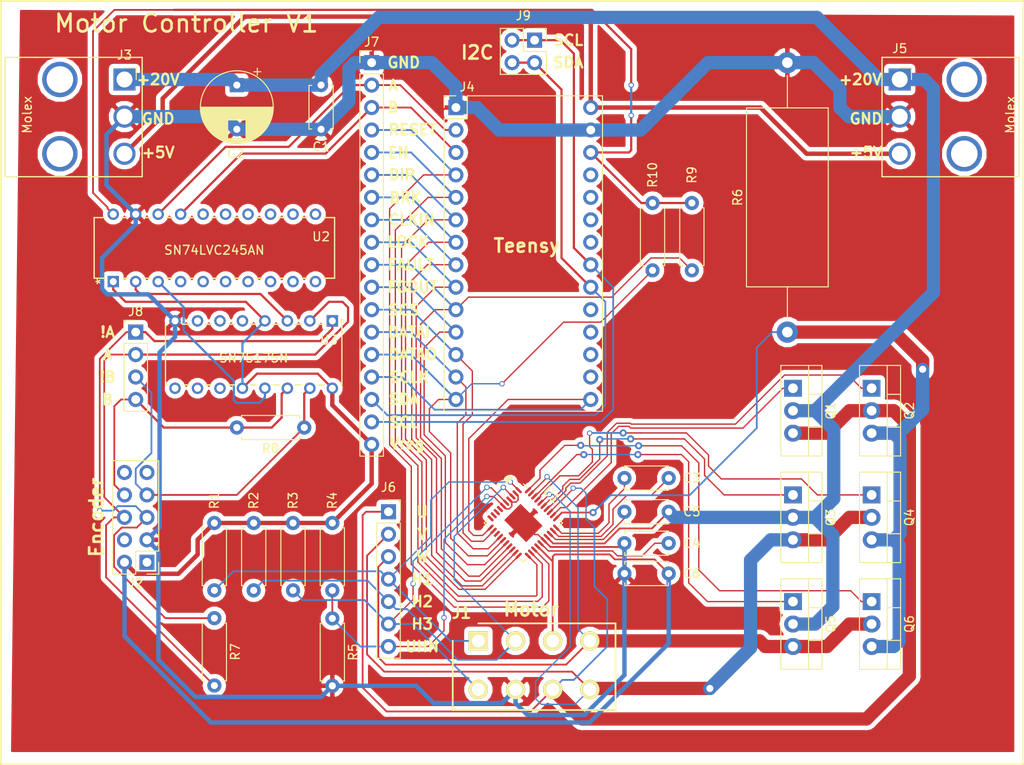
<source format=kicad_pcb>
(kicad_pcb (version 20171130) (host pcbnew "(5.0.0)")
  (layers (0 F.Cu signal) (31 B.Cu signal) (34 B.Paste user) (35 F.Paste user) (36 B.SilkS user) (37 F.SilkS user) (38 B.Mask user) (39 F.Mask user) (44 Edge.Cuts user))
  (net 0 "")
  (net 1 /Vm)
  (net 2 GNDREF)
  (net 3 "Net-(C3-Pad2)")
  (net 4 "Net-(C3-Pad1)")
  (net 5 "Net-(C4-Pad2)")
  (net 6 "Net-(C5-Pad2)")
  (net 7 /Vreg)
  (net 8 /Hall_1)
  (net 9 /Hall_2)
  (net 10 Motor_3)
  (net 11 /Hall_3)
  (net 12 Motor_1)
  (net 13 Motor_2)
  (net 14 "Net-(J2-Pad1)")
  (net 15 "Net-(J2-Pad4)")
  (net 16 /ENC_!A)
  (net 17 /ENC_A)
  (net 18 /ENC_!B)
  (net 19 /ENC_B)
  (net 20 "Net-(J2-Pad9)")
  (net 21 "Net-(J2-Pad10)")
  (net 22 /SCL)
  (net 23 /SDA)
  (net 24 /A)
  (net 25 /B)
  (net 26 /RESET)
  (net 27 /ENABLE)
  (net 28 /DIR)
  (net 29 /BRAKE)
  (net 30 /CLKIN)
  (net 31 /LOCKn)
  (net 32 /FAULTn)
  (net 33 /FGOUT)
  (net 34 /SCS)
  (net 35 /DATAI)
  (net 36 /DATAO)
  (net 37 /SCLK)
  (net 38 /MCU/A0)
  (net 39 /MCU/A1)
  (net 40 /MCU/A2)
  (net 41 /MCU/A3)
  (net 42 /MCU/A6)
  (net 43 /MCU/A7)
  (net 44 /MCU/A8)
  (net 45 /MCU/A9)
  (net 46 /UHN)
  (net 47 /Power/UHSG)
  (net 48 /Power/ULSG)
  (net 49 /Power/ISEN)
  (net 50 /Power/VHSG)
  (net 51 /Power/VLSG)
  (net 52 /Power/WHSG)
  (net 53 /Power/WLSG)
  (net 54 "Net-(U1-Pad7)")
  (net 55 "Net-(U1-Pad8)")
  (net 56 "Net-(U1-Pad9)")
  (net 57 "Net-(U1-Pad10)")
  (net 58 "Net-(U1-Pad13)")
  (net 59 "Net-(U2-Pad2)")
  (net 60 "Net-(U2-Pad3)")
  (net 61 "Net-(U2-Pad4)")
  (net 62 "Net-(U2-Pad5)")
  (net 63 "Net-(U2-Pad6)")
  (net 64 "Net-(U2-Pad7)")
  (net 65 "Net-(U2-Pad8)")
  (net 66 "Net-(U2-Pad9)")
  (net 67 "Net-(U2-Pad10)")
  (net 68 "Net-(U2-Pad11)")
  (net 69 "Net-(U2-Pad12)")
  (net 70 "Net-(U2-Pad13)")
  (net 71 "Net-(U2-Pad14)")
  (net 72 "Net-(U2-Pad15)")
  (net 73 "Net-(U2-Pad16)")
  (net 74 "Net-(U3-Pad5)")
  (net 75 "Net-(U3-Pad6)")
  (net 76 "Net-(U3-Pad7)")
  (net 77 "Net-(U3-Pad9)")
  (net 78 "Net-(U3-Pad10)")
  (net 79 "Net-(U3-Pad11)")
  (net 80 /3.3V)
  (net 81 /Vin)
  (module MyLibrary:Molex,1x3,Right (layer F.Cu) (at 187.96 58.42)
    (fp_text reference J5 (at 0 -3.5) (layer F.SilkS))
    (fp_text value Molex_Pwr_Out)
    (fp_text user Molex (at 12.5 4 -90) (layer F.SilkS))
    (pad "" np_thru_hole circle (at 7.3 0) (size 4 4) (drill 3) (layers *.Cu *.Mask))
    (pad "" np_thru_hole circle (at 7.3 8.4) (size 4 4) (drill 3) (layers *.Cu *.Mask))
    (pad 3 thru_hole oval (at 0 8.4) (size 2.5 2.5) (drill 1.8) (layers *.Cu *.Mask) (net 81 /Vin))
    (pad 2 thru_hole circle (at 0 4.2) (size 2.5 2.5) (drill 1.8) (layers *.Cu *.Mask) (net 2 GNDREF))
    (pad 1 thru_hole rect (at 0 0) (size 2.5 2.5) (drill 1.8) (layers *.Cu *.Mask) (net 1 /Vm))
  )
  (module MyLibrary:Molex,1x3 (layer F.Cu) (at 100.33 58.42)
    (fp_text reference J3 (at 0 -2.77) (layer F.SilkS))
    (fp_text value Molex_Pwr_In)
    (fp_text user Molex (at -11 4 90) (layer F.SilkS))
    (pad "" np_thru_hole circle (at -7.3 0) (size 4 4) (drill 3) (layers *.Cu *.Mask))
    (pad "" np_thru_hole circle (at -7.3 8.4) (size 4 4) (drill 3) (layers *.Cu *.Mask))
    (pad 3 thru_hole oval (at 0 8.4) (size 2.5 2.5) (drill 1.8) (layers *.Cu *.Mask) (net 81 /Vin))
    (pad 2 thru_hole circle (at 0 4.2) (size 2.5 2.5) (drill 1.8) (layers *.Cu *.Mask) (net 2 GNDREF))
    (pad 1 thru_hole rect (at 0 0) (size 2.5 2.5) (drill 1.8) (layers *.Cu *.Mask) (net 1 /Vm))
  )
  (module MyLibrary:TeensyLC (layer F.Cu) (at 137.795 61.595)
    (fp_text reference J4 (at 1.27 -2.33) (layer F.SilkS))
    (fp_text value Teensy)
    (pad 15 thru_hole oval (at 15.24 33.02) (size 1.7 1.7) (drill 1) (layers *.Cu *.Mask) (net 37 /SCLK))
    (pad 14 thru_hole oval (at 0 33.02) (size 1.7 1.7) (drill 1) (layers *.Cu *.Mask) (net 36 /DATAO))
    (pad 16 thru_hole oval (at 15.24 30.48) (size 1.7 1.7) (drill 1) (layers *.Cu *.Mask) (net 38 /MCU/A0))
    (pad 13 thru_hole oval (at 0 30.48) (size 1.7 1.7) (drill 1) (layers *.Cu *.Mask) (net 35 /DATAI))
    (pad 17 thru_hole oval (at 15.24 27.94) (size 1.7 1.7) (drill 1) (layers *.Cu *.Mask) (net 39 /MCU/A1))
    (pad 12 thru_hole oval (at 0 27.94) (size 1.7 1.7) (drill 1) (layers *.Cu *.Mask) (net 34 /SCS))
    (pad 18 thru_hole oval (at 15.24 25.4) (size 1.7 1.7) (drill 1) (layers *.Cu *.Mask) (net 40 /MCU/A2))
    (pad 11 thru_hole oval (at 0 25.4) (size 1.7 1.7) (drill 1) (layers *.Cu *.Mask) (net 33 /FGOUT))
    (pad 19 thru_hole oval (at 15.24 22.86) (size 1.7 1.7) (drill 1) (layers *.Cu *.Mask) (net 41 /MCU/A3))
    (pad 10 thru_hole oval (at 0 22.86) (size 1.7 1.7) (drill 1) (layers *.Cu *.Mask) (net 32 /FAULTn))
    (pad 20 thru_hole oval (at 15.24 20.32) (size 1.7 1.7) (drill 1) (layers *.Cu *.Mask) (net 23 /SDA))
    (pad 9 thru_hole oval (at 0 20.32) (size 1.7 1.7) (drill 1) (layers *.Cu *.Mask) (net 31 /LOCKn))
    (pad 21 thru_hole oval (at 15.24 17.78) (size 1.7 1.7) (drill 1) (layers *.Cu *.Mask) (net 22 /SCL))
    (pad 8 thru_hole oval (at 0 17.78) (size 1.7 1.7) (drill 1) (layers *.Cu *.Mask) (net 30 /CLKIN))
    (pad 22 thru_hole oval (at 15.24 15.24) (size 1.7 1.7) (drill 1) (layers *.Cu *.Mask) (net 42 /MCU/A6))
    (pad 7 thru_hole oval (at 0 15.24) (size 1.7 1.7) (drill 1) (layers *.Cu *.Mask) (net 29 /BRAKE))
    (pad 23 thru_hole oval (at 15.24 12.7) (size 1.7 1.7) (drill 1) (layers *.Cu *.Mask) (net 43 /MCU/A7))
    (pad 6 thru_hole oval (at 0 12.7) (size 1.7 1.7) (drill 1) (layers *.Cu *.Mask) (net 28 /DIR))
    (pad 24 thru_hole oval (at 15.24 10.16) (size 1.7 1.7) (drill 1) (layers *.Cu *.Mask) (net 44 /MCU/A8))
    (pad 5 thru_hole oval (at 0 10.16) (size 1.7 1.7) (drill 1) (layers *.Cu *.Mask) (net 27 /ENABLE))
    (pad 25 thru_hole oval (at 15.24 7.62) (size 1.7 1.7) (drill 1) (layers *.Cu *.Mask) (net 45 /MCU/A9))
    (pad 4 thru_hole oval (at 0 7.62) (size 1.7 1.7) (drill 1) (layers *.Cu *.Mask) (net 26 /RESET))
    (pad 26 thru_hole oval (at 15.24 5.08) (size 1.7 1.7) (drill 1) (layers *.Cu *.Mask) (net 80 /3.3V))
    (pad 3 thru_hole oval (at 0 5.08) (size 1.7 1.7) (drill 1) (layers *.Cu *.Mask) (net 25 /B))
    (pad 27 thru_hole oval (at 15.24 2.54) (size 1.7 1.7) (drill 1) (layers *.Cu *.Mask) (net 2 GNDREF))
    (pad 2 thru_hole oval (at 0 2.54) (size 1.7 1.7) (drill 1) (layers *.Cu *.Mask) (net 24 /A))
    (pad 28 thru_hole oval (at 15.24 0) (size 1.7 1.7) (drill 1) (layers *.Cu *.Mask) (net 81 /Vin))
    (pad 1 thru_hole rect (at 0 0) (size 1.7 1.7) (drill 1) (layers *.Cu *.Mask) (net 2 GNDREF))
  )
  (module Capacitor_THT:CP_Radial_D8.0mm_P5.00mm (layer F.Cu) (at 113.03 59.055 270)
    (fp_text reference C2 (at 7.747 0.127) (layer F.SilkS))
    (fp_text value 470uF)
    (pad 1 thru_hole rect (at 0 0 270) (size 1.6 1.6) (drill 0.8) (layers *.Cu *.Mask) (net 1 /Vm))
    (pad 2 thru_hole circle (at 5 0 270) (size 1.6 1.6) (drill 0.8) (layers *.Cu *.Mask) (net 2 GNDREF))
  )
  (module 39-28-1083:SHDR8W125P550X420_2X4_1800X960X1310P (layer F.Cu) (at 140.335 121.92)
    (fp_text reference J1 (at -1.905 -3.175) (layer F.SilkS) (effects (font (size 1.27 1.27) (thickness 0.254))))
    (fp_text value Molex_Motor hide)
    (pad 1 thru_hole rect (at 0 0 90) (size 2.175 2.175) (drill 1.45) (layers *.Cu *.Mask F.SilkS) (net 8 /Hall_1))
    (pad 2 thru_hole circle (at 4.2 0 90) (size 2.175 2.175) (drill 1.45) (layers *.Cu *.Mask F.SilkS) (net 9 /Hall_2))
    (pad 3 thru_hole circle (at 8.4 0 90) (size 2.175 2.175) (drill 1.45) (layers *.Cu *.Mask F.SilkS) (net 7 /Vreg))
    (pad 4 thru_hole circle (at 12.6 0 90) (size 2.175 2.175) (drill 1.45) (layers *.Cu *.Mask F.SilkS) (net 10 Motor_3))
    (pad 5 thru_hole circle (at 0 5.5 90) (size 2.175 2.175) (drill 1.45) (layers *.Cu *.Mask F.SilkS) (net 11 /Hall_3))
    (pad 6 thru_hole circle (at 4.2 5.5 90) (size 2.175 2.175) (drill 1.45) (layers *.Cu *.Mask F.SilkS) (net 2 GNDREF))
    (pad 7 thru_hole circle (at 8.4 5.5 90) (size 2.175 2.175) (drill 1.45) (layers *.Cu *.Mask F.SilkS) (net 12 Motor_1))
    (pad 8 thru_hole circle (at 12.6 5.5 90) (size 2.175 2.175) (drill 1.45) (layers *.Cu *.Mask F.SilkS) (net 13 Motor_2))
  )
  (module Connector_PinHeader_2.54mm:PinHeader_2x05_P2.54mm_Vertical (layer F.Cu) (at 102.87 113.03 180)
    (fp_text reference J2 (at 1.27 -2.33 180) (layer F.SilkS))
    (fp_text value Conn_Encoder)
    (pad 1 thru_hole rect (at 0 0 180) (size 1.7 1.7) (drill 1) (layers *.Cu *.Mask) (net 14 "Net-(J2-Pad1)"))
    (pad 2 thru_hole oval (at 2.54 0 180) (size 1.7 1.7) (drill 1) (layers *.Cu *.Mask) (net 7 /Vreg))
    (pad 3 thru_hole oval (at 0 2.54 180) (size 1.7 1.7) (drill 1) (layers *.Cu *.Mask) (net 2 GNDREF))
    (pad 4 thru_hole oval (at 2.54 2.54 180) (size 1.7 1.7) (drill 1) (layers *.Cu *.Mask) (net 15 "Net-(J2-Pad4)"))
    (pad 5 thru_hole oval (at 0 5.08 180) (size 1.7 1.7) (drill 1) (layers *.Cu *.Mask) (net 16 /ENC_!A))
    (pad 6 thru_hole oval (at 2.54 5.08 180) (size 1.7 1.7) (drill 1) (layers *.Cu *.Mask) (net 17 /ENC_A))
    (pad 7 thru_hole oval (at 0 7.62 180) (size 1.7 1.7) (drill 1) (layers *.Cu *.Mask) (net 18 /ENC_!B))
    (pad 8 thru_hole oval (at 2.54 7.62 180) (size 1.7 1.7) (drill 1) (layers *.Cu *.Mask) (net 19 /ENC_B))
    (pad 9 thru_hole oval (at 0 10.16 180) (size 1.7 1.7) (drill 1) (layers *.Cu *.Mask) (net 20 "Net-(J2-Pad9)"))
    (pad 10 thru_hole oval (at 2.54 10.16 180) (size 1.7 1.7) (drill 1) (layers *.Cu *.Mask) (net 21 "Net-(J2-Pad10)"))
  )
  (module Connector_PinHeader_2.54mm:PinHeader_1x18_P2.54mm_Vertical (layer F.Cu) (at 128.27 56.515)
    (fp_text reference J7 (at 0 -2.33) (layer F.SilkS))
    (fp_text value PinsTeensy)
    (pad 1 thru_hole rect (at 0 0) (size 1.7 1.7) (drill 1) (layers *.Cu *.Mask) (net 2 GNDREF))
    (pad 2 thru_hole oval (at 0 2.54) (size 1.7 1.7) (drill 1) (layers *.Cu *.Mask) (net 24 /A))
    (pad 3 thru_hole oval (at 0 5.08) (size 1.7 1.7) (drill 1) (layers *.Cu *.Mask) (net 25 /B))
    (pad 4 thru_hole oval (at 0 7.62) (size 1.7 1.7) (drill 1) (layers *.Cu *.Mask) (net 26 /RESET))
    (pad 5 thru_hole oval (at 0 10.16) (size 1.7 1.7) (drill 1) (layers *.Cu *.Mask) (net 27 /ENABLE))
    (pad 6 thru_hole oval (at 0 12.7) (size 1.7 1.7) (drill 1) (layers *.Cu *.Mask) (net 28 /DIR))
    (pad 7 thru_hole oval (at 0 15.24) (size 1.7 1.7) (drill 1) (layers *.Cu *.Mask) (net 29 /BRAKE))
    (pad 8 thru_hole oval (at 0 17.78) (size 1.7 1.7) (drill 1) (layers *.Cu *.Mask) (net 30 /CLKIN))
    (pad 9 thru_hole oval (at 0 20.32) (size 1.7 1.7) (drill 1) (layers *.Cu *.Mask) (net 31 /LOCKn))
    (pad 10 thru_hole oval (at 0 22.86) (size 1.7 1.7) (drill 1) (layers *.Cu *.Mask) (net 32 /FAULTn))
    (pad 11 thru_hole oval (at 0 25.4) (size 1.7 1.7) (drill 1) (layers *.Cu *.Mask) (net 33 /FGOUT))
    (pad 12 thru_hole oval (at 0 27.94) (size 1.7 1.7) (drill 1) (layers *.Cu *.Mask) (net 34 /SCS))
    (pad 13 thru_hole oval (at 0 30.48) (size 1.7 1.7) (drill 1) (layers *.Cu *.Mask) (net 35 /DATAI))
    (pad 14 thru_hole oval (at 0 33.02) (size 1.7 1.7) (drill 1) (layers *.Cu *.Mask) (net 36 /DATAO))
    (pad 15 thru_hole oval (at 0 35.56) (size 1.7 1.7) (drill 1) (layers *.Cu *.Mask) (net 37 /SCLK))
    (pad 16 thru_hole oval (at 0 38.1) (size 1.7 1.7) (drill 1) (layers *.Cu *.Mask) (net 23 /SDA))
    (pad 17 thru_hole oval (at 0 40.64) (size 1.7 1.7) (drill 1) (layers *.Cu *.Mask) (net 22 /SCL))
    (pad 18 thru_hole oval (at 0 43.18) (size 1.7 1.7) (drill 1) (layers *.Cu *.Mask) (net 7 /Vreg))
  )
  (module Connector_PinHeader_2.54mm:PinHeader_1x04_P2.54mm_Vertical (layer F.Cu) (at 101.6 86.995)
    (fp_text reference J8 (at 0 -2.33) (layer F.SilkS))
    (fp_text value PinsEncoder)
    (pad 1 thru_hole rect (at 0 0) (size 1.7 1.7) (drill 1) (layers *.Cu *.Mask) (net 16 /ENC_!A))
    (pad 2 thru_hole oval (at 0 2.54) (size 1.7 1.7) (drill 1) (layers *.Cu *.Mask) (net 17 /ENC_A))
    (pad 3 thru_hole oval (at 0 5.08) (size 1.7 1.7) (drill 1) (layers *.Cu *.Mask) (net 18 /ENC_!B))
    (pad 4 thru_hole oval (at 0 7.62) (size 1.7 1.7) (drill 1) (layers *.Cu *.Mask) (net 19 /ENC_B))
  )
  (module Package_TO_SOT_THT:TO-220-3_Vertical (layer F.Cu) (at 175.895 93.345 270)
    (fp_text reference Q1 (at 2.54 -4.27 270) (layer F.SilkS))
    (fp_text value Q_NMOS_IRLB8743)
    (pad 3 thru_hole oval (at 5.08 0 270) (size 1.905 2) (drill 1.1) (layers *.Cu *.Mask) (net 12 Motor_1))
    (pad 2 thru_hole oval (at 2.54 0 270) (size 1.905 2) (drill 1.1) (layers *.Cu *.Mask) (net 1 /Vm))
    (pad 1 thru_hole rect (at 0 0 270) (size 1.905 2) (drill 1.1) (layers *.Cu *.Mask) (net 47 /Power/UHSG))
  )
  (module Package_TO_SOT_THT:TO-220-3_Vertical (layer F.Cu) (at 184.785 93.345 270)
    (fp_text reference Q2 (at 2.54 -4.27 270) (layer F.SilkS))
    (fp_text value Q_NMOS_IRLB8743)
    (pad 1 thru_hole rect (at 0 0 270) (size 1.905 2) (drill 1.1) (layers *.Cu *.Mask) (net 48 /Power/ULSG))
    (pad 2 thru_hole oval (at 2.54 0 270) (size 1.905 2) (drill 1.1) (layers *.Cu *.Mask) (net 12 Motor_1))
    (pad 3 thru_hole oval (at 5.08 0 270) (size 1.905 2) (drill 1.1) (layers *.Cu *.Mask) (net 49 /Power/ISEN))
  )
  (module Package_TO_SOT_THT:TO-220-3_Vertical (layer F.Cu) (at 175.895 105.41 270)
    (fp_text reference Q3 (at 2.54 -4.27 270) (layer F.SilkS))
    (fp_text value Q_NMOS_IRLB8743)
    (pad 3 thru_hole oval (at 5.08 0 270) (size 1.905 2) (drill 1.1) (layers *.Cu *.Mask) (net 13 Motor_2))
    (pad 2 thru_hole oval (at 2.54 0 270) (size 1.905 2) (drill 1.1) (layers *.Cu *.Mask) (net 1 /Vm))
    (pad 1 thru_hole rect (at 0 0 270) (size 1.905 2) (drill 1.1) (layers *.Cu *.Mask) (net 50 /Power/VHSG))
  )
  (module Package_TO_SOT_THT:TO-220-3_Vertical (layer F.Cu) (at 184.785 105.41 270)
    (fp_text reference Q4 (at 2.54 -4.27 270) (layer F.SilkS))
    (fp_text value Q_NMOS_IRLB8743)
    (pad 1 thru_hole rect (at 0 0 270) (size 1.905 2) (drill 1.1) (layers *.Cu *.Mask) (net 51 /Power/VLSG))
    (pad 2 thru_hole oval (at 2.54 0 270) (size 1.905 2) (drill 1.1) (layers *.Cu *.Mask) (net 13 Motor_2))
    (pad 3 thru_hole oval (at 5.08 0 270) (size 1.905 2) (drill 1.1) (layers *.Cu *.Mask) (net 49 /Power/ISEN))
  )
  (module Package_TO_SOT_THT:TO-220-3_Vertical (layer F.Cu) (at 175.895 117.475 270)
    (fp_text reference Q5 (at 2.54 -4.27 270) (layer F.SilkS))
    (fp_text value Q_NMOS_IRLB8743)
    (pad 3 thru_hole oval (at 5.08 0 270) (size 1.905 2) (drill 1.1) (layers *.Cu *.Mask) (net 10 Motor_3))
    (pad 2 thru_hole oval (at 2.54 0 270) (size 1.905 2) (drill 1.1) (layers *.Cu *.Mask) (net 1 /Vm))
    (pad 1 thru_hole rect (at 0 0 270) (size 1.905 2) (drill 1.1) (layers *.Cu *.Mask) (net 52 /Power/WHSG))
  )
  (module Package_TO_SOT_THT:TO-220-3_Vertical (layer F.Cu) (at 184.785 117.475 270)
    (fp_text reference Q6 (at 2.54 -4.27 270) (layer F.SilkS))
    (fp_text value Q_NMOS_IRLB8743)
    (pad 1 thru_hole rect (at 0 0 270) (size 1.905 2) (drill 1.1) (layers *.Cu *.Mask) (net 53 /Power/WLSG))
    (pad 2 thru_hole oval (at 2.54 0 270) (size 1.905 2) (drill 1.1) (layers *.Cu *.Mask) (net 10 Motor_3))
    (pad 3 thru_hole oval (at 5.08 0 270) (size 1.905 2) (drill 1.1) (layers *.Cu *.Mask) (net 49 /Power/ISEN))
  )
  (module Resistor_THT:R_Axial_DIN0207_L6.3mm_D2.5mm_P7.62mm_Horizontal (layer F.Cu) (at 110.49 108.585 270)
    (fp_text reference R1 (at -2.54 0 270) (layer F.SilkS))
    (fp_text value 1K)
    (pad 2 thru_hole oval (at 7.62 0 270) (size 1.6 1.6) (drill 0.8) (layers *.Cu *.Mask) (net 8 /Hall_1))
    (pad 1 thru_hole circle (at 0 0 270) (size 1.6 1.6) (drill 0.8) (layers *.Cu *.Mask) (net 7 /Vreg))
  )
  (module Resistor_THT:R_Axial_DIN0207_L6.3mm_D2.5mm_P7.62mm_Horizontal (layer F.Cu) (at 114.935 108.585 270)
    (fp_text reference R2 (at -2.54 0 270) (layer F.SilkS))
    (fp_text value 1K)
    (pad 1 thru_hole circle (at 0 0 270) (size 1.6 1.6) (drill 0.8) (layers *.Cu *.Mask) (net 7 /Vreg))
    (pad 2 thru_hole oval (at 7.62 0 270) (size 1.6 1.6) (drill 0.8) (layers *.Cu *.Mask) (net 9 /Hall_2))
  )
  (module Resistor_THT:R_Axial_DIN0207_L6.3mm_D2.5mm_P7.62mm_Horizontal (layer F.Cu) (at 119.38 108.585 270)
    (fp_text reference R3 (at -2.54 0 270) (layer F.SilkS))
    (fp_text value 1K)
    (pad 2 thru_hole oval (at 7.62 0 270) (size 1.6 1.6) (drill 0.8) (layers *.Cu *.Mask) (net 11 /Hall_3))
    (pad 1 thru_hole circle (at 0 0 270) (size 1.6 1.6) (drill 0.8) (layers *.Cu *.Mask) (net 7 /Vreg))
  )
  (module Resistor_THT:R_Axial_DIN0207_L6.3mm_D2.5mm_P7.62mm_Horizontal (layer F.Cu) (at 123.825 108.585 270)
    (fp_text reference R4 (at -2.54 0 270) (layer F.SilkS))
    (fp_text value 1K)
    (pad 1 thru_hole circle (at 0 0 270) (size 1.6 1.6) (drill 0.8) (layers *.Cu *.Mask) (net 7 /Vreg))
    (pad 2 thru_hole oval (at 7.62 0 270) (size 1.6 1.6) (drill 0.8) (layers *.Cu *.Mask) (net 46 /UHN))
  )
  (module Resistor_THT:R_Axial_DIN0207_L6.3mm_D2.5mm_P7.62mm_Horizontal (layer F.Cu) (at 123.825 119.38 270)
    (fp_text reference R5 (at 3.81 -2.37 270) (layer F.SilkS))
    (fp_text value 1K)
    (pad 2 thru_hole oval (at 7.62 0 270) (size 1.6 1.6) (drill 0.8) (layers *.Cu *.Mask) (net 2 GNDREF))
    (pad 1 thru_hole circle (at 0 0 270) (size 1.6 1.6) (drill 0.8) (layers *.Cu *.Mask) (net 46 /UHN))
  )
  (module Resistor_THT:R_Axial_DIN0922_L20.0mm_D9.0mm_P30.48mm_Horizontal (layer F.Cu) (at 175.26 86.995 90)
    (fp_text reference R6 (at 15.24 -5.62 90) (layer F.SilkS))
    (fp_text value 0.025)
    (pad 1 thru_hole circle (at 0 0 90) (size 2.4 2.4) (drill 1.2) (layers *.Cu *.Mask) (net 49 /Power/ISEN))
    (pad 2 thru_hole oval (at 30.48 0 90) (size 2.4 2.4) (drill 1.2) (layers *.Cu *.Mask) (net 2 GNDREF))
  )
  (module Resistor_THT:R_Axial_DIN0207_L6.3mm_D2.5mm_P7.62mm_Horizontal (layer F.Cu) (at 110.49 119.35 270)
    (fp_text reference R7 (at 3.81 -2.37 270) (layer F.SilkS))
    (fp_text value 120)
    (pad 1 thru_hole circle (at 0 0 270) (size 1.6 1.6) (drill 0.8) (layers *.Cu *.Mask) (net 16 /ENC_!A))
    (pad 2 thru_hole oval (at 7.62 0 270) (size 1.6 1.6) (drill 0.8) (layers *.Cu *.Mask) (net 17 /ENC_A))
  )
  (module Resistor_THT:R_Axial_DIN0207_L6.3mm_D2.5mm_P7.62mm_Horizontal (layer F.Cu) (at 120.65 97.79 180)
    (fp_text reference R8 (at 3.81 -2.37 180) (layer F.SilkS))
    (fp_text value 120)
    (pad 2 thru_hole oval (at 7.62 0 180) (size 1.6 1.6) (drill 0.8) (layers *.Cu *.Mask) (net 19 /ENC_B))
    (pad 1 thru_hole circle (at 0 0 180) (size 1.6 1.6) (drill 0.8) (layers *.Cu *.Mask) (net 18 /ENC_!B))
  )
  (module Package_DFN_QFN:Texas_S-PVQFN-N40_EP3.52x2.62mm (layer F.Cu) (at 145.415 108.585 315)
    (fp_text reference U1 (at 0 -4.5 315) (layer F.SilkS))
    (fp_text value DRV8308)
    (pad 41 smd rect (at 0 0 315) (size 3.52 2.62) (layers F.Cu F.Mask) (net 2 GNDREF))
    (pad 40 smd circle (at -2.25 -2.69 315) (size 0.28 0.28) (layers F.Cu F.Paste F.Mask) (net 53 /Power/WLSG))
    (pad 40 smd rect (at -2.25 -3.045 315) (size 0.28 0.71) (layers F.Cu F.Paste F.Mask) (net 53 /Power/WLSG))
    (pad 39 smd circle (at -1.75 -2.69 315) (size 0.28 0.28) (layers F.Cu F.Paste F.Mask) (net 10 Motor_3))
    (pad 39 smd rect (at -1.75 -3.045 315) (size 0.28 0.71) (layers F.Cu F.Paste F.Mask) (net 10 Motor_3))
    (pad 38 smd circle (at -1.25 -2.69 315) (size 0.28 0.28) (layers F.Cu F.Paste F.Mask) (net 52 /Power/WHSG))
    (pad 38 smd rect (at -1.25 -3.045 315) (size 0.28 0.71) (layers F.Cu F.Paste F.Mask) (net 52 /Power/WHSG))
    (pad 37 smd circle (at -0.75 -2.69 315) (size 0.28 0.28) (layers F.Cu F.Paste F.Mask) (net 51 /Power/VLSG))
    (pad 37 smd rect (at -0.75 -3.045 315) (size 0.28 0.71) (layers F.Cu F.Paste F.Mask) (net 51 /Power/VLSG))
    (pad 36 smd circle (at -0.25 -2.69 315) (size 0.28 0.28) (layers F.Cu F.Paste F.Mask) (net 13 Motor_2))
    (pad 36 smd rect (at -0.25 -3.045 315) (size 0.28 0.71) (layers F.Cu F.Paste F.Mask) (net 13 Motor_2))
    (pad 35 smd circle (at 0.25 -2.69 315) (size 0.28 0.28) (layers F.Cu F.Paste F.Mask) (net 50 /Power/VHSG))
    (pad 35 smd rect (at 0.25 -3.045 315) (size 0.28 0.71) (layers F.Cu F.Paste F.Mask) (net 50 /Power/VHSG))
    (pad 34 smd circle (at 0.75 -2.69 315) (size 0.28 0.28) (layers F.Cu F.Paste F.Mask) (net 48 /Power/ULSG))
    (pad 34 smd rect (at 0.75 -3.045 315) (size 0.28 0.71) (layers F.Cu F.Paste F.Mask) (net 48 /Power/ULSG))
    (pad 33 smd circle (at 1.25 -2.69 315) (size 0.28 0.28) (layers F.Cu F.Paste F.Mask) (net 12 Motor_1))
    (pad 33 smd rect (at 1.25 -3.045 315) (size 0.28 0.71) (layers F.Cu F.Paste F.Mask) (net 12 Motor_1))
    (pad 32 smd circle (at 1.75 -2.69 315) (size 0.28 0.28) (layers F.Cu F.Paste F.Mask) (net 47 /Power/UHSG))
    (pad 32 smd rect (at 1.75 -3.045 315) (size 0.28 0.71) (layers F.Cu F.Paste F.Mask) (net 47 /Power/UHSG))
    (pad 31 smd circle (at 2.25 -2.69 315) (size 0.28 0.28) (layers F.Cu F.Paste F.Mask) (net 49 /Power/ISEN))
    (pad 31 smd rect (at 2.25 -3.045 315) (size 0.28 0.71) (layers F.Cu F.Paste F.Mask) (net 49 /Power/ISEN))
    (pad 30 smd circle (at 2.69 -2.25 315) (size 0.28 0.28) (layers F.Cu F.Paste F.Mask) (net 4 "Net-(C3-Pad1)"))
    (pad 30 smd rect (at 3.045 -2.25 315) (size 0.71 0.28) (layers F.Cu F.Paste F.Mask) (net 4 "Net-(C3-Pad1)"))
    (pad 29 smd circle (at 2.69 -1.75 315) (size 0.28 0.28) (layers F.Cu F.Paste F.Mask) (net 3 "Net-(C3-Pad2)"))
    (pad 29 smd rect (at 3.045 -1.75 315) (size 0.71 0.28) (layers F.Cu F.Paste F.Mask) (net 3 "Net-(C3-Pad2)"))
    (pad 28 smd circle (at 2.69 -1.25 315) (size 0.28 0.28) (layers F.Cu F.Paste F.Mask) (net 6 "Net-(C5-Pad2)"))
    (pad 28 smd rect (at 3.045 -1.25 315) (size 0.71 0.28) (layers F.Cu F.Paste F.Mask) (net 6 "Net-(C5-Pad2)"))
    (pad 27 smd circle (at 2.69 -0.75 315) (size 0.28 0.28) (layers F.Cu F.Paste F.Mask) (net 1 /Vm))
    (pad 27 smd rect (at 3.045 -0.75 315) (size 0.71 0.28) (layers F.Cu F.Paste F.Mask) (net 1 /Vm))
    (pad 26 smd circle (at 2.69 -0.25 315) (size 0.28 0.28) (layers F.Cu F.Paste F.Mask) (net 2 GNDREF))
    (pad 26 smd rect (at 3.045 -0.25 315) (size 0.71 0.28) (layers F.Cu F.Paste F.Mask) (net 2 GNDREF))
    (pad 25 smd circle (at 2.69 0.25 315) (size 0.28 0.28) (layers F.Cu F.Paste F.Mask) (net 5 "Net-(C4-Pad2)"))
    (pad 25 smd rect (at 3.045 0.25 315) (size 0.71 0.28) (layers F.Cu F.Paste F.Mask) (net 5 "Net-(C4-Pad2)"))
    (pad 24 smd circle (at 2.69 0.75 315) (size 0.28 0.28) (layers F.Cu F.Paste F.Mask) (net 7 /Vreg))
    (pad 24 smd rect (at 3.045 0.75 315) (size 0.71 0.28) (layers F.Cu F.Paste F.Mask) (net 7 /Vreg))
    (pad 23 smd circle (at 2.69 1.25 315) (size 0.28 0.28) (layers F.Cu F.Paste F.Mask) (net 26 /RESET))
    (pad 23 smd rect (at 3.045 1.25 315) (size 0.71 0.28) (layers F.Cu F.Paste F.Mask) (net 26 /RESET))
    (pad 22 smd circle (at 2.69 1.75 315) (size 0.28 0.28) (layers F.Cu F.Paste F.Mask) (net 27 /ENABLE))
    (pad 22 smd rect (at 3.045 1.75 315) (size 0.71 0.28) (layers F.Cu F.Paste F.Mask) (net 27 /ENABLE))
    (pad 21 smd circle (at 2.69 2.25 315) (size 0.28 0.28) (layers F.Cu F.Paste F.Mask) (net 28 /DIR))
    (pad 21 smd rect (at 3.045 2.25 315) (size 0.71 0.28) (layers F.Cu F.Paste F.Mask) (net 28 /DIR))
    (pad 20 smd circle (at 2.25 2.69 315) (size 0.28 0.28) (layers F.Cu F.Paste F.Mask) (net 29 /BRAKE))
    (pad 20 smd rect (at 2.25 3.045 315) (size 0.28 0.71) (layers F.Cu F.Paste F.Mask) (net 29 /BRAKE))
    (pad 19 smd circle (at 1.75 2.69 315) (size 0.28 0.28) (layers F.Cu F.Paste F.Mask) (net 30 /CLKIN))
    (pad 19 smd rect (at 1.75 3.045 315) (size 0.28 0.71) (layers F.Cu F.Paste F.Mask) (net 30 /CLKIN))
    (pad 18 smd circle (at 1.25 2.69 315) (size 0.28 0.28) (layers F.Cu F.Paste F.Mask) (net 31 /LOCKn))
    (pad 18 smd rect (at 1.25 3.045 315) (size 0.28 0.71) (layers F.Cu F.Paste F.Mask) (net 31 /LOCKn))
    (pad 17 smd circle (at 0.75 2.69 315) (size 0.28 0.28) (layers F.Cu F.Paste F.Mask) (net 32 /FAULTn))
    (pad 17 smd rect (at 0.75 3.045 315) (size 0.28 0.71) (layers F.Cu F.Paste F.Mask) (net 32 /FAULTn))
    (pad 16 smd circle (at 0.25 2.69 315) (size 0.28 0.28) (layers F.Cu F.Paste F.Mask) (net 33 /FGOUT))
    (pad 16 smd rect (at 0.25 3.045 315) (size 0.28 0.71) (layers F.Cu F.Paste F.Mask) (net 33 /FGOUT))
    (pad 15 smd circle (at -0.25 2.69 315) (size 0.28 0.28) (layers F.Cu F.Paste F.Mask) (net 36 /DATAO))
    (pad 15 smd rect (at -0.25 3.045 315) (size 0.28 0.71) (layers F.Cu F.Paste F.Mask) (net 36 /DATAO))
    (pad 14 smd circle (at -0.75 2.69 315) (size 0.28 0.28) (layers F.Cu F.Paste F.Mask) (net 35 /DATAI))
    (pad 14 smd rect (at -0.75 3.045 315) (size 0.28 0.71) (layers F.Cu F.Paste F.Mask) (net 35 /DATAI))
    (pad 13 smd circle (at -1.25 2.69 315) (size 0.28 0.28) (layers F.Cu F.Paste F.Mask) (net 58 "Net-(U1-Pad13)"))
    (pad 13 smd rect (at -1.25 3.045 315) (size 0.28 0.71) (layers F.Cu F.Paste F.Mask) (net 58 "Net-(U1-Pad13)"))
    (pad 12 smd circle (at -1.75 2.69 315) (size 0.28 0.28) (layers F.Cu F.Paste F.Mask) (net 34 /SCS))
    (pad 12 smd rect (at -1.75 3.045 315) (size 0.28 0.71) (layers F.Cu F.Paste F.Mask) (net 34 /SCS))
    (pad 11 smd circle (at -2.25 2.69 315) (size 0.28 0.28) (layers F.Cu F.Paste F.Mask) (net 37 /SCLK))
    (pad 11 smd rect (at -2.25 3.045 315) (size 0.28 0.71) (layers F.Cu F.Paste F.Mask) (net 37 /SCLK))
    (pad 10 smd circle (at -2.69 2.25 315) (size 0.28 0.28) (layers F.Cu F.Paste F.Mask) (net 57 "Net-(U1-Pad10)"))
    (pad 10 smd rect (at -3.045 2.25 315) (size 0.71 0.28) (layers F.Cu F.Paste F.Mask) (net 57 "Net-(U1-Pad10)"))
    (pad 9 smd circle (at -2.69 1.75 315) (size 0.28 0.28) (layers F.Cu F.Paste F.Mask) (net 56 "Net-(U1-Pad9)"))
    (pad 9 smd rect (at -3.045 1.75 315) (size 0.71 0.28) (layers F.Cu F.Paste F.Mask) (net 56 "Net-(U1-Pad9)"))
    (pad 8 smd circle (at -2.69 1.25 315) (size 0.28 0.28) (layers F.Cu F.Paste F.Mask) (net 55 "Net-(U1-Pad8)"))
    (pad 8 smd rect (at -3.045 1.25 315) (size 0.71 0.28) (layers F.Cu F.Paste F.Mask) (net 55 "Net-(U1-Pad8)"))
    (pad 7 smd circle (at -2.69 0.75 315) (size 0.28 0.28) (layers F.Cu F.Paste F.Mask) (net 54 "Net-(U1-Pad7)"))
    (pad 7 smd rect (at -3.045 0.75 315) (size 0.71 0.28) (layers F.Cu F.Paste F.Mask) (net 54 "Net-(U1-Pad7)"))
    (pad 6 smd circle (at -2.69 0.25 315) (size 0.28 0.28) (layers F.Cu F.Paste F.Mask) (net 46 /UHN))
    (pad 6 smd rect (at -3.045 0.25 315) (size 0.71 0.28) (layers F.Cu F.Paste F.Mask) (net 46 /UHN))
    (pad 5 smd circle (at -2.69 -0.25 315) (size 0.28 0.28) (layers F.Cu F.Paste F.Mask) (net 11 /Hall_3))
    (pad 5 smd rect (at -3.045 -0.25 315) (size 0.71 0.28) (layers F.Cu F.Paste F.Mask) (net 11 /Hall_3))
    (pad 4 smd circle (at -2.69 -0.75 315) (size 0.28 0.28) (layers F.Cu F.Paste F.Mask) (net 46 /UHN))
    (pad 4 smd rect (at -3.045 -0.75 315) (size 0.71 0.28) (layers F.Cu F.Paste F.Mask) (net 46 /UHN))
    (pad 3 smd circle (at -2.69 -1.25 315) (size 0.28 0.28) (layers F.Cu F.Paste F.Mask) (net 9 /Hall_2))
    (pad 3 smd rect (at -3.045 -1.25 315) (size 0.71 0.28) (layers F.Cu F.Paste F.Mask) (net 9 /Hall_2))
    (pad 2 smd circle (at -2.69 -1.75 315) (size 0.28 0.28) (layers F.Cu F.Paste F.Mask) (net 46 /UHN))
    (pad 2 smd rect (at -3.045 -1.75 315) (size 0.71 0.28) (layers F.Cu F.Paste F.Mask) (net 46 /UHN))
    (pad 1 smd circle (at -2.69 -2.25 315) (size 0.28 0.28) (layers F.Cu F.Paste F.Mask) (net 8 /Hall_1))
    (pad 1 smd rect (at -3.045 -2.25 315) (size 0.71 0.28) (layers F.Cu F.Paste F.Mask) (net 8 /Hall_1))
  )
  (module MyLibrary:SN74LVC245AN (layer F.Cu) (at 121.92 73.66 90)
    (fp_text reference U2 (at -2.54 0.635 180) (layer F.SilkS))
    (fp_text value SN74LVC245AN (at -4.064 -11.43 180) (layer F.SilkS))
    (fp_text user * (at -7.62 -24.2697 90) (layer F.SilkS))
    (pad 1 thru_hole rect (at -7.62 -22.86 90) (size 1.2954 1.2954) (drill 0.7874) (layers *.Cu *.Mask) (net 7 /Vreg))
    (pad 2 thru_hole circle (at -7.62 -20.32 90) (size 1.2954 1.2954) (drill 0.7874) (layers *.Cu *.Mask) (net 59 "Net-(U2-Pad2)"))
    (pad 3 thru_hole circle (at -7.62 -17.78 90) (size 1.2954 1.2954) (drill 0.7874) (layers *.Cu *.Mask) (net 60 "Net-(U2-Pad3)"))
    (pad 4 thru_hole circle (at -7.62 -15.24 90) (size 1.2954 1.2954) (drill 0.7874) (layers *.Cu *.Mask) (net 61 "Net-(U2-Pad4)"))
    (pad 5 thru_hole circle (at -7.62 -12.7 90) (size 1.2954 1.2954) (drill 0.7874) (layers *.Cu *.Mask) (net 62 "Net-(U2-Pad5)"))
    (pad 6 thru_hole circle (at -7.62 -10.16 90) (size 1.2954 1.2954) (drill 0.7874) (layers *.Cu *.Mask) (net 63 "Net-(U2-Pad6)"))
    (pad 7 thru_hole circle (at -7.62 -7.62 90) (size 1.2954 1.2954) (drill 0.7874) (layers *.Cu *.Mask) (net 64 "Net-(U2-Pad7)"))
    (pad 8 thru_hole circle (at -7.62 -5.08 90) (size 1.2954 1.2954) (drill 0.7874) (layers *.Cu *.Mask) (net 65 "Net-(U2-Pad8)"))
    (pad 9 thru_hole circle (at -7.62 -2.54 90) (size 1.2954 1.2954) (drill 0.7874) (layers *.Cu *.Mask) (net 66 "Net-(U2-Pad9)"))
    (pad 10 thru_hole circle (at -7.62 0 90) (size 1.2954 1.2954) (drill 0.7874) (layers *.Cu *.Mask) (net 67 "Net-(U2-Pad10)"))
    (pad 11 thru_hole circle (at 0 0 90) (size 1.2954 1.2954) (drill 0.7874) (layers *.Cu *.Mask) (net 68 "Net-(U2-Pad11)"))
    (pad 12 thru_hole circle (at 0 -2.54 90) (size 1.2954 1.2954) (drill 0.7874) (layers *.Cu *.Mask) (net 69 "Net-(U2-Pad12)"))
    (pad 13 thru_hole circle (at 0 -5.08 90) (size 1.2954 1.2954) (drill 0.7874) (layers *.Cu *.Mask) (net 70 "Net-(U2-Pad13)"))
    (pad 14 thru_hole circle (at 0 -7.62 90) (size 1.2954 1.2954) (drill 0.7874) (layers *.Cu *.Mask) (net 71 "Net-(U2-Pad14)"))
    (pad 15 thru_hole circle (at 0 -10.16 90) (size 1.2954 1.2954) (drill 0.7874) (layers *.Cu *.Mask) (net 72 "Net-(U2-Pad15)"))
    (pad 16 thru_hole circle (at 0 -12.7 90) (size 1.2954 1.2954) (drill 0.7874) (layers *.Cu *.Mask) (net 73 "Net-(U2-Pad16)"))
    (pad 17 thru_hole circle (at 0 -15.24 90) (size 1.2954 1.2954) (drill 0.7874) (layers *.Cu *.Mask) (net 25 /B))
    (pad 18 thru_hole circle (at 0 -17.78 90) (size 1.2954 1.2954) (drill 0.7874) (layers *.Cu *.Mask) (net 24 /A))
    (pad 19 thru_hole circle (at 0 -20.32 90) (size 1.2954 1.2954) (drill 0.7874) (layers *.Cu *.Mask) (net 2 GNDREF))
    (pad 20 thru_hole circle (at 0 -22.86 90) (size 1.2954 1.2954) (drill 0.7874) (layers *.Cu *.Mask) (net 80 /3.3V))
  )
  (module MyLibrary:SN75175N (layer F.Cu) (at 106.045 93.345 270)
    (fp_text reference U3 (at -5.461 -17.399) (layer F.SilkS))
    (fp_text value SN75175N (at -3.429 -8.89) (layer F.SilkS))
    (fp_text user * (at -7.62 -19.1897 270) (layer F.SilkS))
    (pad 1 thru_hole rect (at -7.62 -17.78 270) (size 1.2954 1.2954) (drill 0.7874) (layers *.Cu *.Mask) (net 16 /ENC_!A))
    (pad 2 thru_hole circle (at -7.62 -15.24 270) (size 1.2954 1.2954) (drill 0.7874) (layers *.Cu *.Mask) (net 17 /ENC_A))
    (pad 3 thru_hole circle (at -7.62 -12.7 270) (size 1.2954 1.2954) (drill 0.7874) (layers *.Cu *.Mask) (net 59 "Net-(U2-Pad2)"))
    (pad 4 thru_hole circle (at -7.62 -10.16 270) (size 1.2954 1.2954) (drill 0.7874) (layers *.Cu *.Mask) (net 7 /Vreg))
    (pad 5 thru_hole circle (at -7.62 -7.62 270) (size 1.2954 1.2954) (drill 0.7874) (layers *.Cu *.Mask) (net 74 "Net-(U3-Pad5)"))
    (pad 6 thru_hole circle (at -7.62 -5.08 270) (size 1.2954 1.2954) (drill 0.7874) (layers *.Cu *.Mask) (net 75 "Net-(U3-Pad6)"))
    (pad 7 thru_hole circle (at -7.62 -2.54 270) (size 1.2954 1.2954) (drill 0.7874) (layers *.Cu *.Mask) (net 76 "Net-(U3-Pad7)"))
    (pad 8 thru_hole circle (at -7.62 0 270) (size 1.2954 1.2954) (drill 0.7874) (layers *.Cu *.Mask) (net 2 GNDREF))
    (pad 9 thru_hole circle (at 0 0 270) (size 1.2954 1.2954) (drill 0.7874) (layers *.Cu *.Mask) (net 77 "Net-(U3-Pad9)"))
    (pad 10 thru_hole circle (at 0 -2.54 270) (size 1.2954 1.2954) (drill 0.7874) (layers *.Cu *.Mask) (net 78 "Net-(U3-Pad10)"))
    (pad 11 thru_hole circle (at 0 -5.08 270) (size 1.2954 1.2954) (drill 0.7874) (layers *.Cu *.Mask) (net 79 "Net-(U3-Pad11)"))
    (pad 12 thru_hole circle (at 0 -7.62 270) (size 1.2954 1.2954) (drill 0.7874) (layers *.Cu *.Mask) (net 7 /Vreg))
    (pad 13 thru_hole circle (at 0 -10.16 270) (size 1.2954 1.2954) (drill 0.7874) (layers *.Cu *.Mask) (net 60 "Net-(U2-Pad3)"))
    (pad 14 thru_hole circle (at 0 -12.7 270) (size 1.2954 1.2954) (drill 0.7874) (layers *.Cu *.Mask) (net 19 /ENC_B))
    (pad 15 thru_hole circle (at 0 -15.24 270) (size 1.2954 1.2954) (drill 0.7874) (layers *.Cu *.Mask) (net 18 /ENC_!B))
    (pad 16 thru_hole circle (at 0 -17.78 270) (size 1.2954 1.2954) (drill 0.7874) (layers *.Cu *.Mask) (net 7 /Vreg))
  )
  (module Connector_PinSocket_2.54mm:PinSocket_2x02_P2.54mm_Vertical (layer F.Cu) (at 146.685 53.975)
    (fp_text reference J9 (at -1.27 -2.77 180) (layer F.SilkS))
    (fp_text value Conn_I2C)
    (pad 1 thru_hole rect (at 0 0) (size 1.7 1.7) (drill 1) (layers *.Cu *.Mask) (net 22 /SCL))
    (pad 2 thru_hole oval (at -2.54 0) (size 1.7 1.7) (drill 1) (layers *.Cu *.Mask) (net 22 /SCL))
    (pad 3 thru_hole oval (at 0 2.54) (size 1.7 1.7) (drill 1) (layers *.Cu *.Mask) (net 23 /SDA))
    (pad 4 thru_hole oval (at -2.54 2.54) (size 1.7 1.7) (drill 1) (layers *.Cu *.Mask) (net 23 /SDA))
  )
  (module Resistor_THT:R_Axial_DIN0207_L6.3mm_D2.5mm_P7.62mm_Horizontal (layer F.Cu) (at 164.465 80.01 90)
    (fp_text reference R9 (at 10.795 0 90) (layer F.SilkS))
    (fp_text value 4.7k)
    (pad 2 thru_hole oval (at 7.62 0 90) (size 1.6 1.6) (drill 0.8) (layers *.Cu *.Mask) (net 80 /3.3V))
    (pad 1 thru_hole circle (at 0 0 90) (size 1.6 1.6) (drill 0.8) (layers *.Cu *.Mask) (net 32 /FAULTn))
  )
  (module Resistor_THT:R_Axial_DIN0207_L6.3mm_D2.5mm_P7.62mm_Horizontal (layer F.Cu) (at 160.02 80.01 90)
    (fp_text reference R10 (at 10.795 0 90) (layer F.SilkS))
    (fp_text value 4.7k)
    (pad 1 thru_hole circle (at 0 0 90) (size 1.6 1.6) (drill 0.8) (layers *.Cu *.Mask) (net 36 /DATAO))
    (pad 2 thru_hole oval (at 7.62 0 90) (size 1.6 1.6) (drill 0.8) (layers *.Cu *.Mask) (net 80 /3.3V))
  )
  (module Capacitor_THT:C_Disc_D4.7mm_W2.5mm_P5.00mm (layer F.Cu) (at 122.555 59.055 270)
    (fp_text reference C1 (at 6.985 0) (layer F.SilkS))
    (fp_text value 0.1uF)
    (pad 2 thru_hole circle (at 5 0 270) (size 1.6 1.6) (drill 0.8) (layers *.Cu *.Mask) (net 2 GNDREF))
    (pad 1 thru_hole circle (at 0 0 270) (size 1.6 1.6) (drill 0.8) (layers *.Cu *.Mask) (net 1 /Vm))
  )
  (module Capacitor_THT:C_Disc_D4.7mm_W2.5mm_P5.00mm (layer F.Cu) (at 156.845 103.505)
    (fp_text reference C3 (at 7.62 0) (layer F.SilkS))
    (fp_text value 0.1uF)
    (pad 1 thru_hole circle (at 0 0) (size 1.6 1.6) (drill 0.8) (layers *.Cu *.Mask) (net 4 "Net-(C3-Pad1)"))
    (pad 2 thru_hole circle (at 5 0) (size 1.6 1.6) (drill 0.8) (layers *.Cu *.Mask) (net 3 "Net-(C3-Pad2)"))
  )
  (module Capacitor_THT:C_Disc_D4.7mm_W2.5mm_P5.00mm (layer F.Cu) (at 156.845 110.871)
    (fp_text reference C4 (at 7.62 0) (layer F.SilkS))
    (fp_text value 1uF)
    (pad 1 thru_hole circle (at 0 0) (size 1.6 1.6) (drill 0.8) (layers *.Cu *.Mask) (net 2 GNDREF))
    (pad 2 thru_hole circle (at 5 0) (size 1.6 1.6) (drill 0.8) (layers *.Cu *.Mask) (net 5 "Net-(C4-Pad2)"))
  )
  (module Capacitor_THT:C_Disc_D4.7mm_W2.5mm_P5.00mm (layer F.Cu) (at 161.845 107.315 180)
    (fp_text reference C5 (at -2.62 0 180) (layer F.SilkS))
    (fp_text value 1uF)
    (pad 2 thru_hole circle (at 5 0 180) (size 1.6 1.6) (drill 0.8) (layers *.Cu *.Mask) (net 6 "Net-(C5-Pad2)"))
    (pad 1 thru_hole circle (at 0 0 180) (size 1.6 1.6) (drill 0.8) (layers *.Cu *.Mask) (net 1 /Vm))
  )
  (module Capacitor_THT:C_Disc_D4.7mm_W2.5mm_P5.00mm (layer F.Cu) (at 156.845 114.3)
    (fp_text reference C6 (at 7.62 0) (layer F.SilkS))
    (fp_text value 0.1uF)
    (pad 1 thru_hole circle (at 0 0) (size 1.6 1.6) (drill 0.8) (layers *.Cu *.Mask) (net 2 GNDREF))
    (pad 2 thru_hole circle (at 5 0) (size 1.6 1.6) (drill 0.8) (layers *.Cu *.Mask) (net 7 /Vreg))
  )
  (module Connector_PinSocket_2.54mm:PinSocket_1x07_P2.54mm_Vertical (layer F.Cu) (at 130.175 107.315)
    (fp_text reference J6 (at 0 -2.77) (layer F.SilkS))
    (fp_text value Conn_01x07_Female)
    (pad 1 thru_hole rect (at 0 0) (size 1.7 1.7) (drill 1) (layers *.Cu *.Mask) (net 12 Motor_1))
    (pad 2 thru_hole oval (at 0 2.54) (size 1.7 1.7) (drill 1) (layers *.Cu *.Mask) (net 13 Motor_2))
    (pad 3 thru_hole oval (at 0 5.08) (size 1.7 1.7) (drill 1) (layers *.Cu *.Mask) (net 10 Motor_3))
    (pad 4 thru_hole oval (at 0 7.62) (size 1.7 1.7) (drill 1) (layers *.Cu *.Mask) (net 8 /Hall_1))
    (pad 5 thru_hole oval (at 0 10.16) (size 1.7 1.7) (drill 1) (layers *.Cu *.Mask) (net 9 /Hall_2))
    (pad 6 thru_hole oval (at 0 12.7) (size 1.7 1.7) (drill 1) (layers *.Cu *.Mask) (net 11 /Hall_3))
    (pad 7 thru_hole oval (at 0 15.24) (size 1.7 1.7) (drill 1) (layers *.Cu *.Mask) (net 46 /UHN))
  )
  (gr_line (start 86.36 135.89) (end 96.52 135.89) (layer F.SilkS) (width 0.2))
  (gr_line (start 86.36 49.53) (end 86.36 135.89) (layer F.SilkS) (width 0.2))
  (gr_line (start 95.25 49.53) (end 86.36 49.53) (layer F.SilkS) (width 0.2))
  (gr_line (start 201.93 135.89) (end 191.135 135.89) (layer F.SilkS) (width 0.2))
  (gr_line (start 201.93 49.53) (end 201.93 135.89) (layer F.SilkS) (width 0.2))
  (gr_line (start 191.77 49.53) (end 201.93 49.53) (layer F.SilkS) (width 0.2))
  (gr_text Encoder (at 97.155 107.95 90) (layer F.SilkS) (effects (font (size 1.5 1.5) (thickness 0.3))))
  (gr_text "Motor Controller V1" (at 107.315 52.07) (layer F.SilkS) (effects (font (size 2 2) (thickness 0.3))))
  (gr_line (start 95.25 49.53) (end 97.79 49.53) (layer F.SilkS) (width 0.2))
  (gr_line (start 191.77 135.89) (end 95.25 135.89) (layer F.SilkS) (width 0.2))
  (gr_line (start 96.52 49.53) (end 191.77 49.53) (layer F.SilkS) (width 0.2))
  (gr_text Motor (at 146.304 118.364) (layer F.SilkS) (effects (font (size 1.5 1.5) (thickness 0.3))))
  (gr_text * (at 143.764 104.14) (layer F.SilkS) (effects (font (size 1.5 1.5) (thickness 0.3))))
  (gr_text Teensy (at 145.796 77.216) (layer F.SilkS) (effects (font (size 1.5 1.5) (thickness 0.3))))
  (gr_text "I2C\n" (at 140.208 55.372) (layer F.SilkS) (effects (font (size 1.5 1.5) (thickness 0.3))))
  (gr_text UHN (at 133.985 122.555) (layer F.SilkS) (effects (font (size 1.2 1.2) (thickness 0.25))))
  (gr_text SDA (at 150.495 56.515) (layer F.SilkS) (effects (font (size 1.2 1.2) (thickness 0.25))))
  (gr_text SCL (at 150.495 53.975) (layer F.SilkS) (effects (font (size 1.2 1.2) (thickness 0.25))))
  (gr_text +5V (at 184.15 66.675) (layer F.SilkS) (effects (font (size 1.2 1.2) (thickness 0.25))))
  (gr_text GND (at 184.15 62.865) (layer F.SilkS) (effects (font (size 1.2 1.2) (thickness 0.25))))
  (gr_text "+20V\n" (at 183.515 58.42) (layer F.SilkS) (effects (font (size 1.2 1.2) (thickness 0.25))))
  (gr_text "B\n" (at 98.425 94.615) (layer F.SilkS) (effects (font (size 1.2 1.2) (thickness 0.25))))
  (gr_text !B (at 98.425 92.075) (layer F.SilkS) (effects (font (size 1.2 1.2) (thickness 0.25))))
  (gr_text A (at 98.425 89.535) (layer F.SilkS) (effects (font (size 1.2 1.2) (thickness 0.25))))
  (gr_text "!A\n" (at 98.425 86.995) (layer F.SilkS) (effects (font (size 1.2 1.2) (thickness 0.25))))
  (gr_text H3 (at 133.985 120.015) (layer F.SilkS) (effects (font (size 1.2 1.2) (thickness 0.25))))
  (gr_text H2 (at 133.985 117.475) (layer F.SilkS) (effects (font (size 1.2 1.2) (thickness 0.25))))
  (gr_text H1 (at 133.985 114.935) (layer F.SilkS) (effects (font (size 1.2 1.2) (thickness 0.25))))
  (gr_text W (at 133.985 112.395) (layer F.SilkS) (effects (font (size 1.2 1.2) (thickness 0.25))))
  (gr_text V (at 133.985 109.855) (layer F.SilkS) (effects (font (size 1.2 1.2) (thickness 0.25))))
  (gr_text U (at 133.985 107.315) (layer F.SilkS) (effects (font (size 1.2 1.2) (thickness 0.25))))
  (gr_text Vreg (at 132.3 99.6) (layer F.SilkS) (effects (font (size 1.2 1.2) (thickness 0.25))))
  (gr_text SCL (at 131.9 97.2) (layer F.SilkS) (effects (font (size 1.2 1.2) (thickness 0.25))))
  (gr_text SDA (at 131.9 94.6) (layer F.SilkS) (effects (font (size 1.2 1.2) (thickness 0.25))))
  (gr_text "SCLK\n" (at 132.5 92.1) (layer F.SilkS) (effects (font (size 1.2 1.2) (thickness 0.25))))
  (gr_text DATAO (at 132.9 89.5) (layer F.SilkS) (effects (font (size 1.2 1.2) (thickness 0.25))))
  (gr_text DATAI (at 132.5 86.995) (layer F.SilkS) (effects (font (size 1.2 1.2) (thickness 0.25))))
  (gr_text SCS (at 131.9 84.5) (layer F.SilkS) (effects (font (size 1.2 1.2) (thickness 0.25))))
  (gr_text FGOUT (at 132.9 81.9) (layer F.SilkS) (effects (font (size 1.2 1.2) (thickness 0.25))))
  (gr_text FAULT (at 132.7 79.375) (layer F.SilkS) (effects (font (size 1.2 1.2) (thickness 0.25))))
  (gr_text LOCK (at 132.4 76.8) (layer F.SilkS) (effects (font (size 1.2 1.2) (thickness 0.25))))
  (gr_text CLKIN (at 132.8 74.295) (layer F.SilkS) (effects (font (size 1.2 1.2) (thickness 0.25))))
  (gr_text BRK (at 132.1 71.8) (layer F.SilkS) (effects (font (size 1.2 1.2) (thickness 0.25))))
  (gr_text DIR (at 131.7 69.2) (layer F.SilkS) (effects (font (size 1.2 1.2) (thickness 0.25))))
  (gr_text EN (at 131.3 66.7) (layer F.SilkS) (effects (font (size 1.2 1.2) (thickness 0.25))))
  (gr_text RESET (at 132.9 64.1) (layer F.SilkS) (effects (font (size 1.2 1.2) (thickness 0.25))))
  (gr_text B (at 130.7 61.595) (layer F.SilkS) (effects (font (size 1.2 1.2) (thickness 0.25))))
  (gr_text A (at 130.7 59.1) (layer F.SilkS) (effects (font (size 1.2 1.2) (thickness 0.25))))
  (gr_text GND (at 131.9 56.5) (layer F.SilkS) (effects (font (size 1.2 1.2) (thickness 0.25))))
  (gr_text +5V (at 104.14 66.675) (layer F.SilkS) (effects (font (size 1.2 1.2) (thickness 0.25))))
  (gr_text GND (at 104.14 62.865) (layer F.SilkS) (effects (font (size 1.2 1.2) (thickness 0.25))))
  (gr_text +20V (at 104.14 58.42) (layer F.SilkS) (effects (font (size 1.2 1.2) (thickness 0.25))))
  (segment (start 113.03 59.055) (end 122.555 59.055) (width 1.5) (layer B.Cu) (net 1))
  (segment (start 112.395 58.42) (end 113.03 59.055) (width 1.5) (layer B.Cu) (net 1))
  (segment (start 100.33 58.42) (end 112.395 58.42) (width 1.5) (layer B.Cu) (net 1))
  (segment (start 122.555 57.92363) (end 129.07863 51.4) (width 1.5) (layer B.Cu) (net 1))
  (segment (start 122.555 59.055) (end 122.555 57.92363) (width 1.5) (layer B.Cu) (net 1))
  (segment (start 185.61 58.42) (end 187.96 58.42) (width 1.5) (layer B.Cu) (net 1))
  (segment (start 178.59 51.4) (end 185.61 58.42) (width 1.5) (layer B.Cu) (net 1))
  (segment (start 129.07863 51.4) (end 178.59 51.4) (width 1.5) (layer B.Cu) (net 1))
  (segment (start 178.395 95.885) (end 175.895 95.885) (width 1.5) (layer B.Cu) (net 1))
  (segment (start 178.395 95.885) (end 180.5 97.99) (width 1.5) (layer B.Cu) (net 1))
  (segment (start 178.395 107.95) (end 175.895 107.95) (width 1.5) (layer B.Cu) (net 1))
  (segment (start 180.5 105.845) (end 178.395 107.95) (width 1.5) (layer B.Cu) (net 1))
  (segment (start 180.5 97.99) (end 180.5 105.845) (width 1.5) (layer B.Cu) (net 1))
  (segment (start 178.395 107.95) (end 180.4 109.955) (width 1.5) (layer B.Cu) (net 1))
  (segment (start 178.395 120.015) (end 175.895 120.015) (width 1.5) (layer B.Cu) (net 1))
  (segment (start 180.4 118.01) (end 178.395 120.015) (width 1.5) (layer B.Cu) (net 1))
  (segment (start 180.4 109.955) (end 180.4 118.01) (width 1.5) (layer B.Cu) (net 1))
  (segment (start 162.48 107.95) (end 161.845 107.315) (width 1.5) (layer B.Cu) (net 1))
  (segment (start 175.895 107.95) (end 162.48 107.95) (width 1.5) (layer B.Cu) (net 1))
  (segment (start 148.09847 110.20781) (end 148.79066 110.9) (width 0.2) (layer F.Cu) (net 1))
  (segment (start 148.79066 110.9) (end 154.6 110.9) (width 0.2) (layer F.Cu) (net 1))
  (segment (start 154.6 110.9) (end 156.3 109.2) (width 0.2) (layer F.Cu) (net 1))
  (segment (start 159.96 109.2) (end 161.845 107.315) (width 0.2) (layer F.Cu) (net 1))
  (segment (start 156.3 109.2) (end 159.96 109.2) (width 0.2) (layer F.Cu) (net 1))
  (segment (start 189.760001 84.519999) (end 178.395 95.885) (width 1.5) (layer B.Cu) (net 1))
  (segment (start 190.71 58.42) (end 191.77 59.48) (width 1.5) (layer B.Cu) (net 1))
  (segment (start 187.96 58.42) (end 190.71 58.42) (width 1.5) (layer B.Cu) (net 1))
  (segment (start 191.77 82.51) (end 189.760001 84.519999) (width 1.5) (layer B.Cu) (net 1))
  (segment (start 191.77 59.48) (end 191.77 82.51) (width 1.5) (layer B.Cu) (net 1))
  (segment (start 111.595 62.62) (end 113.03 64.055) (width 1.5) (layer B.Cu) (net 2))
  (segment (start 100.33 62.62) (end 111.595 62.62) (width 1.5) (layer B.Cu) (net 2))
  (segment (start 113.03 64.055) (end 122.555 64.055) (width 1.5) (layer B.Cu) (net 2))
  (segment (start 137.795 59.245) (end 137.795 61.595) (width 1.5) (layer B.Cu) (net 2))
  (segment (start 135.065 56.515) (end 137.795 59.245) (width 1.5) (layer B.Cu) (net 2))
  (segment (start 128.27 56.515) (end 135.065 56.515) (width 1.5) (layer B.Cu) (net 2))
  (segment (start 151.832919 64.135) (end 153.035 64.135) (width 1.5) (layer B.Cu) (net 2))
  (segment (start 142.685 64.135) (end 151.832919 64.135) (width 1.5) (layer B.Cu) (net 2))
  (segment (start 140.145 61.595) (end 142.685 64.135) (width 1.5) (layer B.Cu) (net 2))
  (segment (start 137.795 61.595) (end 140.145 61.595) (width 1.5) (layer B.Cu) (net 2))
  (segment (start 166.285 56.515) (end 175.26 56.515) (width 1.5) (layer B.Cu) (net 2))
  (segment (start 153.035 64.135) (end 158.665 64.135) (width 1.5) (layer B.Cu) (net 2))
  (segment (start 158.665 64.135) (end 166.285 56.515) (width 1.5) (layer B.Cu) (net 2))
  (segment (start 182.22 62.62) (end 187.96 62.62) (width 1.5) (layer B.Cu) (net 2))
  (segment (start 176.957056 56.515) (end 176.972056 56.5) (width 1.5) (layer B.Cu) (net 2))
  (segment (start 175.26 56.515) (end 176.957056 56.515) (width 1.5) (layer B.Cu) (net 2))
  (segment (start 176.972056 56.5) (end 178.2 56.5) (width 1.5) (layer B.Cu) (net 2))
  (segment (start 178.2 56.5) (end 181.2 59.5) (width 1.5) (layer B.Cu) (net 2))
  (segment (start 181.2 59.5) (end 181.2 61.6) (width 1.5) (layer B.Cu) (net 2))
  (segment (start 181.2 61.6) (end 182.22 62.62) (width 1.5) (layer B.Cu) (net 2))
  (segment (start 98.3 70.36) (end 101.6 73.66) (width 0.5) (layer B.Cu) (net 2))
  (segment (start 100.33 62.62) (end 98.3 64.65) (width 0.5) (layer B.Cu) (net 2))
  (segment (start 98.3 64.65) (end 98.3 70.36) (width 0.5) (layer B.Cu) (net 2))
  (segment (start 101.6 73.66) (end 101.6 74.8) (width 0.5) (layer B.Cu) (net 2))
  (segment (start 101.6 74.8) (end 97.8 78.6) (width 0.5) (layer B.Cu) (net 2))
  (segment (start 97.8 82.125402) (end 98.4 82.725402) (width 0.5) (layer B.Cu) (net 2))
  (segment (start 97.8 78.6) (end 97.8 82.125402) (width 0.5) (layer B.Cu) (net 2))
  (segment (start 103.045402 82.725402) (end 106.045 85.725) (width 0.5) (layer B.Cu) (net 2))
  (segment (start 98.4 82.725402) (end 103.045402 82.725402) (width 0.5) (layer B.Cu) (net 2))
  (segment (start 106.045 85.725) (end 106.045 87.555) (width 0.5) (layer B.Cu) (net 2))
  (segment (start 106.045 87.555) (end 104.3 89.3) (width 0.5) (layer B.Cu) (net 2))
  (segment (start 104.3 109.06) (end 102.87 110.49) (width 0.5) (layer B.Cu) (net 2))
  (segment (start 104.3 89.3) (end 104.3 109.06) (width 0.5) (layer B.Cu) (net 2))
  (segment (start 104.170001 111.790001) (end 104.170001 124.070001) (width 0.5) (layer B.Cu) (net 2))
  (segment (start 102.87 110.49) (end 104.170001 111.790001) (width 0.5) (layer B.Cu) (net 2))
  (segment (start 123.025001 127.799999) (end 123.825 127) (width 0.5) (layer B.Cu) (net 2))
  (segment (start 122.574999 128.250001) (end 123.025001 127.799999) (width 0.5) (layer B.Cu) (net 2))
  (segment (start 108.350001 128.250001) (end 122.574999 128.250001) (width 0.5) (layer B.Cu) (net 2))
  (segment (start 104.170001 124.070001) (end 108.350001 128.250001) (width 0.5) (layer B.Cu) (net 2))
  (segment (start 123.825 127) (end 133.3 127) (width 0.5) (layer B.Cu) (net 2))
  (segment (start 143.447501 128.507499) (end 144.535 127.42) (width 0.5) (layer B.Cu) (net 2))
  (segment (start 142.997499 128.957501) (end 143.447501 128.507499) (width 0.5) (layer B.Cu) (net 2))
  (segment (start 135.257501 128.957501) (end 142.997499 128.957501) (width 0.5) (layer B.Cu) (net 2))
  (segment (start 133.3 127) (end 135.257501 128.957501) (width 0.5) (layer B.Cu) (net 2))
  (segment (start 156.845 114.3) (end 156.845 110.871) (width 0.5) (layer B.Cu) (net 2))
  (segment (start 147.423184 110.23963) (end 147.744917 110.561363) (width 0.15) (layer F.Cu) (net 2))
  (segment (start 147.083772 109.900218) (end 147.423184 110.23963) (width 0.15) (layer F.Cu) (net 2))
  (segment (start 146.730218 109.900218) (end 147.083772 109.900218) (width 0.15) (layer F.Cu) (net 2))
  (segment (start 145.415 108.585) (end 146.730218 109.900218) (width 0.15) (layer F.Cu) (net 2))
  (segment (start 144.535 128.957957) (end 145.877043 130.3) (width 0.5) (layer B.Cu) (net 2))
  (segment (start 144.535 127.42) (end 144.535 128.957957) (width 0.5) (layer B.Cu) (net 2))
  (segment (start 156.845 115.43137) (end 156.845 114.3) (width 0.5) (layer B.Cu) (net 2))
  (segment (start 156.845 125.785502) (end 156.845 115.43137) (width 0.5) (layer B.Cu) (net 2))
  (segment (start 152.330502 130.3) (end 156.845 125.785502) (width 0.5) (layer B.Cu) (net 2))
  (segment (start 145.877043 130.3) (end 152.330502 130.3) (width 0.5) (layer B.Cu) (net 2))
  (segment (start 122.555 64.055) (end 125.700011 60.909989) (width 1.5) (layer B.Cu) (net 2))
  (segment (start 125.700011 60.909989) (end 125.700011 57.182797) (width 1.5) (layer B.Cu) (net 2))
  (segment (start 126.367808 56.515) (end 128.27 56.515) (width 1.5) (layer B.Cu) (net 2))
  (segment (start 125.700011 57.182797) (end 126.367808 56.515) (width 1.5) (layer B.Cu) (net 2))
  (segment (start 156.416 111.3) (end 156.845 110.871) (width 0.2) (layer F.Cu) (net 2))
  (segment (start 147.744917 110.561363) (end 148.483554 111.3) (width 0.2) (layer F.Cu) (net 2))
  (segment (start 148.483554 111.3) (end 156.416 111.3) (width 0.2) (layer F.Cu) (net 2))
  (segment (start 149.12731 109.822436) (end 149.12731 109.82731) (width 0.15) (layer F.Cu) (net 3))
  (segment (start 148.805577 109.500703) (end 149.12731 109.822436) (width 0.15) (layer F.Cu) (net 3))
  (segment (start 149.12731 109.82731) (end 149.4 110.1) (width 0.15) (layer F.Cu) (net 3))
  (segment (start 149.4 110.1) (end 154.2 110.1) (width 0.15) (layer F.Cu) (net 3))
  (segment (start 154.2 110.1) (end 155.55 108.75) (width 0.15) (layer F.Cu) (net 3))
  (segment (start 155.55 107.018998) (end 157.118998 105.45) (width 0.15) (layer F.Cu) (net 3))
  (segment (start 155.55 108.75) (end 155.55 107.018998) (width 0.15) (layer F.Cu) (net 3))
  (segment (start 159.9 105.45) (end 161.845 103.505) (width 0.15) (layer F.Cu) (net 3))
  (segment (start 157.118998 105.45) (end 159.9 105.45) (width 0.15) (layer F.Cu) (net 3))
  (segment (start 149.480863 109.468883) (end 149.480863 109.480863) (width 0.15) (layer F.Cu) (net 4))
  (segment (start 149.15913 109.14715) (end 149.480863 109.468883) (width 0.15) (layer F.Cu) (net 4))
  (segment (start 149.480863 109.480863) (end 149.75 109.75) (width 0.15) (layer F.Cu) (net 4))
  (segment (start 149.75 109.75) (end 153.9 109.75) (width 0.15) (layer F.Cu) (net 4))
  (segment (start 153.9 109.75) (end 155.1 108.55) (width 0.15) (layer F.Cu) (net 4))
  (segment (start 155.1 108.55) (end 155.1 106.45) (width 0.15) (layer F.Cu) (net 4))
  (segment (start 156.845 104.705) (end 156.845 103.505) (width 0.15) (layer F.Cu) (net 4))
  (segment (start 155.1 106.45) (end 156.845 104.705) (width 0.15) (layer F.Cu) (net 4))
  (segment (start 156.05 112.3) (end 158.85 112.3) (width 0.15) (layer F.Cu) (net 5))
  (segment (start 155.5 111.75) (end 156.05 112.3) (width 0.15) (layer F.Cu) (net 5))
  (segment (start 148.25 111.75) (end 155.5 111.75) (width 0.15) (layer F.Cu) (net 5))
  (segment (start 147.73665 111.23665) (end 148.25 111.75) (width 0.15) (layer F.Cu) (net 5))
  (segment (start 147.391363 110.914917) (end 147.713096 111.23665) (width 0.15) (layer F.Cu) (net 5))
  (segment (start 147.713096 111.23665) (end 147.73665 111.23665) (width 0.15) (layer F.Cu) (net 5))
  (segment (start 158.85 112.3) (end 160.279 110.871) (width 0.15) (layer F.Cu) (net 5))
  (segment (start 160.279 110.871) (end 161.845 110.871) (width 0.15) (layer F.Cu) (net 5))
  (segment (start 156.845 108.055) (end 156.845 107.315) (width 0.15) (layer F.Cu) (net 6))
  (segment (start 154.45 110.45) (end 156.845 108.055) (width 0.15) (layer F.Cu) (net 6))
  (segment (start 149.05 110.45) (end 154.45 110.45) (width 0.15) (layer F.Cu) (net 6))
  (segment (start 148.77599 110.17599) (end 149.05 110.45) (width 0.15) (layer F.Cu) (net 6))
  (segment (start 148.452024 109.854257) (end 148.773757 110.17599) (width 0.15) (layer F.Cu) (net 6))
  (segment (start 148.773757 110.17599) (end 148.77599 110.17599) (width 0.15) (layer F.Cu) (net 6))
  (segment (start 147.359543 111.590203) (end 147.390203 111.590203) (width 0.15) (layer F.Cu) (net 7))
  (segment (start 147.03781 111.26847) (end 147.359543 111.590203) (width 0.15) (layer F.Cu) (net 7))
  (segment (start 148.735 121.92) (end 148.735 112.935) (width 0.2) (layer F.Cu) (net 7))
  (segment (start 161.845 114.3) (end 161.845 122.205) (width 0.5) (layer B.Cu) (net 7))
  (segment (start 161.845 122.205) (end 152.9 131.15) (width 0.5) (layer B.Cu) (net 7))
  (segment (start 152.9 131.15) (end 110.1 131.15) (width 0.5) (layer B.Cu) (net 7))
  (segment (start 100.33 121.38) (end 100.33 113.03) (width 0.5) (layer B.Cu) (net 7))
  (segment (start 110.1 131.15) (end 100.33 121.38) (width 0.5) (layer B.Cu) (net 7))
  (segment (start 101.630001 114.330001) (end 106.419999 114.330001) (width 0.5) (layer F.Cu) (net 7))
  (segment (start 100.33 113.03) (end 101.630001 114.330001) (width 0.5) (layer F.Cu) (net 7))
  (segment (start 106.419999 114.330001) (end 108.6 112.15) (width 0.5) (layer F.Cu) (net 7))
  (segment (start 108.6 110.475) (end 110.49 108.585) (width 0.5) (layer F.Cu) (net 7))
  (segment (start 108.6 112.15) (end 108.6 110.475) (width 0.5) (layer F.Cu) (net 7))
  (segment (start 110.49 108.585) (end 114.935 108.585) (width 0.5) (layer F.Cu) (net 7))
  (segment (start 119.38 108.585) (end 114.935 108.585) (width 0.5) (layer F.Cu) (net 7))
  (segment (start 123.825 108.585) (end 119.38 108.585) (width 0.5) (layer F.Cu) (net 7))
  (segment (start 128.27 104.14) (end 128.27 99.695) (width 0.5) (layer F.Cu) (net 7))
  (segment (start 123.825 108.585) (end 128.27 104.14) (width 0.5) (layer F.Cu) (net 7))
  (segment (start 123.825 95.25) (end 128.27 99.695) (width 0.5) (layer F.Cu) (net 7))
  (segment (start 123.825 93.345) (end 123.825 95.25) (width 0.5) (layer F.Cu) (net 7))
  (segment (start 99.06 82.1777) (end 100.4483 83.566) (width 0.25) (layer F.Cu) (net 7))
  (segment (start 99.06 81.28) (end 99.06 82.1777) (width 0.25) (layer F.Cu) (net 7))
  (segment (start 114.046 83.566) (end 116.205 85.725) (width 0.25) (layer F.Cu) (net 7))
  (segment (start 100.4483 83.566) (end 114.046 83.566) (width 0.25) (layer F.Cu) (net 7))
  (segment (start 113.665 93.345) (end 115.316 91.694) (width 0.25) (layer F.Cu) (net 7))
  (segment (start 122.174 91.694) (end 123.825 93.345) (width 0.25) (layer F.Cu) (net 7))
  (segment (start 115.316 91.694) (end 122.174 91.694) (width 0.25) (layer F.Cu) (net 7))
  (segment (start 113.665 88.265) (end 116.205 85.725) (width 0.25) (layer B.Cu) (net 7))
  (segment (start 113.665 93.345) (end 113.665 88.265) (width 0.25) (layer B.Cu) (net 7))
  (segment (start 160.245 112.7) (end 161.845 114.3) (width 0.2) (layer F.Cu) (net 7))
  (segment (start 147.390203 111.590203) (end 147.9 112.1) (width 0.2) (layer F.Cu) (net 7))
  (segment (start 155.75 112.7) (end 160.245 112.7) (width 0.2) (layer F.Cu) (net 7))
  (segment (start 148.735 112.935) (end 147.9 112.1) (width 0.2) (layer F.Cu) (net 7))
  (segment (start 148.735 112.935) (end 148.735 112.377) (width 0.2) (layer F.Cu) (net 7))
  (segment (start 148.735 112.377) (end 148.971 112.141) (width 0.2) (layer F.Cu) (net 7))
  (segment (start 155.191 112.141) (end 155.75 112.7) (width 0.2) (layer F.Cu) (net 7))
  (segment (start 148.971 112.141) (end 155.191 112.141) (width 0.2) (layer F.Cu) (net 7))
  (segment (start 137.16 121.92) (end 130.175 114.935) (width 0.2) (layer B.Cu) (net 8))
  (segment (start 140.335 121.92) (end 137.16 121.92) (width 0.2) (layer B.Cu) (net 8))
  (segment (start 110.49 116.205) (end 112.645 114.05) (width 0.2) (layer B.Cu) (net 8))
  (segment (start 129.29 114.05) (end 130.175 114.935) (width 0.2) (layer B.Cu) (net 8))
  (segment (start 112.645 114.05) (end 129.29 114.05) (width 0.2) (layer B.Cu) (net 8))
  (via (at 143.95 103.95) (size 0.6) (drill 0.4) (layers F.Cu B.Cu) (net 8))
  (segment (start 144.85285 104.84087) (end 144.84087 104.84087) (width 0.15) (layer F.Cu) (net 8))
  (segment (start 144.84087 104.84087) (end 143.95 103.95) (width 0.15) (layer F.Cu) (net 8))
  (segment (start 134.95 110.16) (end 130.175 114.935) (width 0.15) (layer B.Cu) (net 8))
  (segment (start 134.95 106) (end 134.95 110.16) (width 0.15) (layer B.Cu) (net 8))
  (segment (start 143.95 103.95) (end 137 103.95) (width 0.15) (layer B.Cu) (net 8))
  (segment (start 137 103.95) (end 134.95 106) (width 0.15) (layer B.Cu) (net 8))
  (segment (start 131.024999 118.324999) (end 132.274999 118.324999) (width 0.2) (layer B.Cu) (net 9))
  (segment (start 130.175 117.475) (end 131.024999 118.324999) (width 0.2) (layer B.Cu) (net 9))
  (segment (start 132.274999 118.324999) (end 138 124.05) (width 0.2) (layer B.Cu) (net 9))
  (segment (start 142.405 124.05) (end 144.535 121.92) (width 0.2) (layer B.Cu) (net 9))
  (segment (start 138 124.05) (end 142.405 124.05) (width 0.2) (layer B.Cu) (net 9))
  (segment (start 129.325001 116.625001) (end 130.175 117.475) (width 0.2) (layer B.Cu) (net 9))
  (segment (start 127.804999 115.104999) (end 129.325001 116.625001) (width 0.2) (layer B.Cu) (net 9))
  (segment (start 116.035001 115.104999) (end 127.804999 115.104999) (width 0.2) (layer B.Cu) (net 9))
  (segment (start 114.935 116.205) (end 116.035001 115.104999) (width 0.2) (layer B.Cu) (net 9))
  (via (at 143.15 104.55) (size 0.6) (drill 0.4) (layers F.Cu B.Cu) (net 9))
  (segment (start 144.145743 105.547976) (end 144.145743 105.545743) (width 0.15) (layer F.Cu) (net 9))
  (segment (start 144.145743 105.545743) (end 143.15 104.55) (width 0.15) (layer F.Cu) (net 9))
  (segment (start 137.6 114.985) (end 144.535 121.92) (width 0.15) (layer B.Cu) (net 9))
  (segment (start 143.15 104.55) (end 137.6 110.1) (width 0.15) (layer B.Cu) (net 9))
  (segment (start 137.6 110.1) (end 137.6 114.985) (width 0.15) (layer B.Cu) (net 9))
  (segment (start 178.395 122.555) (end 175.895 122.555) (width 1.5) (layer F.Cu) (net 10))
  (segment (start 179.745 122.555) (end 178.395 122.555) (width 1.5) (layer F.Cu) (net 10))
  (segment (start 182.285 120.015) (end 179.745 122.555) (width 1.5) (layer F.Cu) (net 10))
  (segment (start 184.785 120.015) (end 182.285 120.015) (width 1.5) (layer F.Cu) (net 10))
  (segment (start 152.935 121.92) (end 172.12 121.92) (width 1.5) (layer F.Cu) (net 10))
  (segment (start 172.755 122.555) (end 175.895 122.555) (width 1.5) (layer F.Cu) (net 10))
  (segment (start 172.12 121.92) (end 172.755 122.555) (width 1.5) (layer F.Cu) (net 10))
  (via (at 148.1 103.35) (size 0.6) (drill 0.4) (layers F.Cu B.Cu) (net 10))
  (segment (start 148.1 103.425126) (end 148.1 103.35) (width 0.15) (layer F.Cu) (net 10))
  (segment (start 146.07968 105.445446) (end 148.1 103.425126) (width 0.15) (layer F.Cu) (net 10))
  (segment (start 151.6 120.585) (end 152.935 121.92) (width 0.15) (layer B.Cu) (net 10))
  (segment (start 148.1 103.35) (end 151.6 106.85) (width 0.15) (layer B.Cu) (net 10))
  (segment (start 151.6 106.85) (end 151.6 120.585) (width 0.15) (layer B.Cu) (net 10))
  (segment (start 129.024999 113.545001) (end 129.024999 123.774999) (width 0.2) (layer F.Cu) (net 10))
  (segment (start 130.175 112.395) (end 129.024999 113.545001) (width 0.2) (layer F.Cu) (net 10))
  (segment (start 129.024999 123.774999) (end 129.85 124.6) (width 0.2) (layer F.Cu) (net 10))
  (segment (start 150.255 124.6) (end 152.935 121.92) (width 0.2) (layer F.Cu) (net 10))
  (segment (start 129.85 124.6) (end 150.255 124.6) (width 0.2) (layer F.Cu) (net 10))
  (segment (start 132.93 120.015) (end 140.335 127.42) (width 0.2) (layer B.Cu) (net 11))
  (segment (start 130.175 120.015) (end 132.93 120.015) (width 0.2) (layer B.Cu) (net 11))
  (segment (start 129.325001 119.165001) (end 130.175 120.015) (width 0.2) (layer B.Cu) (net 11))
  (segment (start 127.465001 117.305001) (end 129.325001 119.165001) (width 0.2) (layer B.Cu) (net 11))
  (segment (start 120.480001 117.305001) (end 127.465001 117.305001) (width 0.2) (layer B.Cu) (net 11))
  (segment (start 119.38 116.205) (end 120.480001 117.305001) (width 0.2) (layer B.Cu) (net 11))
  (via (at 141.3 104.55) (size 0.6) (drill 0.4) (layers F.Cu B.Cu) (net 11))
  (segment (start 141.35 104.6) (end 141.3 104.55) (width 0.15) (layer F.Cu) (net 11))
  (segment (start 143.438637 106.255083) (end 141.783554 104.6) (width 0.15) (layer F.Cu) (net 11))
  (segment (start 141.783554 104.6) (end 141.35 104.6) (width 0.15) (layer F.Cu) (net 11))
  (via (at 132.95 115.45) (size 0.6) (drill 0.4) (layers F.Cu B.Cu) (net 11))
  (segment (start 141.3 104.55) (end 132.95 112.9) (width 0.15) (layer B.Cu) (net 11))
  (segment (start 132.95 112.9) (end 132.95 115.45) (width 0.15) (layer B.Cu) (net 11))
  (segment (start 132.95 117.24) (end 130.175 120.015) (width 0.15) (layer F.Cu) (net 11))
  (segment (start 132.95 115.45) (end 132.95 117.24) (width 0.15) (layer F.Cu) (net 11))
  (segment (start 178.395 98.425) (end 175.895 98.425) (width 1.5) (layer F.Cu) (net 12))
  (segment (start 179.745 98.425) (end 178.395 98.425) (width 1.5) (layer F.Cu) (net 12))
  (segment (start 182.285 95.885) (end 179.745 98.425) (width 1.5) (layer F.Cu) (net 12))
  (segment (start 184.785 95.885) (end 182.285 95.885) (width 1.5) (layer F.Cu) (net 12))
  (segment (start 187.285 95.885) (end 189.05 97.65) (width 1.5) (layer F.Cu) (net 12))
  (segment (start 184.785 95.885) (end 187.285 95.885) (width 1.5) (layer F.Cu) (net 12))
  (segment (start 189.05 97.65) (end 189.05 125.9) (width 1.5) (layer F.Cu) (net 12))
  (segment (start 189.05 125.9) (end 184.2 130.75) (width 1.5) (layer F.Cu) (net 12))
  (segment (start 152.065 130.75) (end 148.735 127.42) (width 1.5) (layer F.Cu) (net 12))
  (segment (start 184.2 130.75) (end 152.065 130.75) (width 1.5) (layer F.Cu) (net 12))
  (segment (start 154.9 117.2) (end 154.9 122.55) (width 0.2) (layer B.Cu) (net 12))
  (segment (start 148.452024 107.315743) (end 148.452024 107.247976) (width 0.2) (layer F.Cu) (net 12))
  (segment (start 153.45 115.75) (end 154.9 117.2) (width 0.2) (layer B.Cu) (net 12))
  (segment (start 151.117499 126.332501) (end 149.822499 126.332501) (width 0.2) (layer B.Cu) (net 12))
  (segment (start 149.822499 126.332501) (end 148.735 127.42) (width 0.2) (layer B.Cu) (net 12))
  (segment (start 154.9 122.55) (end 151.117499 126.332501) (width 0.2) (layer B.Cu) (net 12))
  (segment (start 153.45 109.1) (end 153.45 115.75) (width 0.2) (layer B.Cu) (net 12))
  (segment (start 148.452024 107.315743) (end 151.05 104.717767) (width 0.15) (layer F.Cu) (net 12))
  (segment (start 151.05 104.717767) (end 151.05 104.65) (width 0.15) (layer F.Cu) (net 12))
  (via (at 151.05 104.65) (size 0.6) (drill 0.4) (layers F.Cu B.Cu) (net 12))
  (segment (start 152.5 108.15) (end 153.45 109.1) (width 0.15) (layer B.Cu) (net 12))
  (segment (start 152.5 105.2) (end 152.5 108.15) (width 0.15) (layer B.Cu) (net 12))
  (segment (start 151.05 104.65) (end 151.95 104.65) (width 0.15) (layer B.Cu) (net 12))
  (segment (start 151.95 104.65) (end 152.5 105.2) (width 0.15) (layer B.Cu) (net 12))
  (segment (start 130.175 107.315) (end 127.635 107.315) (width 0.2) (layer F.Cu) (net 12))
  (segment (start 127.635 107.315) (end 127.25 107.7) (width 0.2) (layer F.Cu) (net 12))
  (segment (start 127.25 107.7) (end 127.25 127.2) (width 0.2) (layer F.Cu) (net 12))
  (segment (start 127.25 127.2) (end 129.95 129.9) (width 0.2) (layer F.Cu) (net 12))
  (segment (start 146.255 129.9) (end 148.735 127.42) (width 0.2) (layer F.Cu) (net 12))
  (segment (start 129.95 129.9) (end 146.255 129.9) (width 0.2) (layer F.Cu) (net 12))
  (segment (start 178.395 110.49) (end 175.895 110.49) (width 1.5) (layer F.Cu) (net 13))
  (segment (start 179.745 110.49) (end 178.395 110.49) (width 1.5) (layer F.Cu) (net 13))
  (segment (start 182.285 107.95) (end 179.745 110.49) (width 1.5) (layer F.Cu) (net 13))
  (segment (start 184.785 107.95) (end 182.285 107.95) (width 1.5) (layer F.Cu) (net 13))
  (segment (start 173.395 110.49) (end 171.1 112.785) (width 1.5) (layer B.Cu) (net 13))
  (segment (start 175.895 110.49) (end 173.395 110.49) (width 1.5) (layer B.Cu) (net 13))
  (segment (start 171.1 112.785) (end 171.1 122.7) (width 1.5) (layer B.Cu) (net 13))
  (segment (start 171.1 122.7) (end 166.5 127.3) (width 1.5) (layer B.Cu) (net 13))
  (segment (start 166.5 127.3) (end 166.5 127.3) (width 1.5) (layer B.Cu) (net 13))
  (segment (start 153.055 127.3) (end 152.935 127.42) (width 1.5) (layer F.Cu) (net 13))
  (segment (start 166.5 127.3) (end 153.055 127.3) (width 1.5) (layer F.Cu) (net 13))
  (segment (start 166.5 127.3) (end 166.5 127.3) (width 1.5) (layer B.Cu) (net 13))
  (via (at 166.5 127.3) (size 1.4) (drill 0.8) (layers F.Cu B.Cu) (net 13))
  (segment (start 147.391363 106.255083) (end 147.444917 106.255083) (width 0.15) (layer F.Cu) (net 13))
  (segment (start 147.444917 106.255083) (end 148.35 105.35) (width 0.15) (layer F.Cu) (net 13))
  (via (at 148.35 105.35) (size 0.6) (drill 0.4) (layers F.Cu B.Cu) (net 13))
  (segment (start 148.774264 105.35) (end 150.7 107.275736) (width 0.15) (layer B.Cu) (net 13))
  (segment (start 148.35 105.35) (end 148.774264 105.35) (width 0.15) (layer B.Cu) (net 13))
  (segment (start 150.7 107.275736) (end 150.7 122.6) (width 0.15) (layer B.Cu) (net 13))
  (segment (start 150.7 122.6) (end 146.8 126.5) (width 0.15) (layer B.Cu) (net 13))
  (segment (start 146.8 126.5) (end 146.8 128.45) (width 0.15) (layer B.Cu) (net 13))
  (segment (start 146.8 128.45) (end 147.45 129.1) (width 0.15) (layer B.Cu) (net 13))
  (segment (start 151.255 129.1) (end 152.935 127.42) (width 0.15) (layer B.Cu) (net 13))
  (segment (start 147.45 129.1) (end 151.255 129.1) (width 0.15) (layer B.Cu) (net 13))
  (segment (start 130.175 109.855) (end 127.75 112.28) (width 0.2) (layer F.Cu) (net 13))
  (segment (start 127.75 112.28) (end 127.75 123.45) (width 0.2) (layer F.Cu) (net 13))
  (segment (start 127.75 123.45) (end 129.7 125.4) (width 0.2) (layer F.Cu) (net 13))
  (segment (start 150.915 125.4) (end 152.935 127.42) (width 0.2) (layer F.Cu) (net 13))
  (segment (start 129.7 125.4) (end 150.915 125.4) (width 0.2) (layer F.Cu) (net 13))
  (segment (start 100.017997 109.100001) (end 99.15 109.967998) (width 0.2) (layer F.Cu) (net 16))
  (segment (start 102.87 107.95) (end 101.719999 109.100001) (width 0.2) (layer F.Cu) (net 16))
  (segment (start 101.719999 109.100001) (end 100.017997 109.100001) (width 0.2) (layer F.Cu) (net 16))
  (segment (start 109.35863 119.35) (end 110.49 119.35) (width 0.2) (layer F.Cu) (net 16))
  (segment (start 104.947998 119.35) (end 109.35863 119.35) (width 0.2) (layer F.Cu) (net 16))
  (segment (start 99.15 113.552002) (end 104.947998 119.35) (width 0.2) (layer F.Cu) (net 16))
  (segment (start 99.15 109.967998) (end 99.15 113.552002) (width 0.2) (layer F.Cu) (net 16))
  (via (at 97.536 107.188) (size 0.6) (drill 0.4) (layers F.Cu B.Cu) (net 16))
  (segment (start 97.536 90.009) (end 97.536 107.188) (width 0.2) (layer F.Cu) (net 16))
  (segment (start 101.6 86.995) (end 100.55 86.995) (width 0.2) (layer F.Cu) (net 16))
  (segment (start 100.55 86.995) (end 97.536 90.009) (width 0.2) (layer F.Cu) (net 16))
  (segment (start 101.6 106.68) (end 102.87 107.95) (width 0.2) (layer B.Cu) (net 16))
  (segment (start 99.568 106.68) (end 101.6 106.68) (width 0.2) (layer B.Cu) (net 16))
  (segment (start 97.536 107.188) (end 99.06 107.188) (width 0.2) (layer B.Cu) (net 16))
  (segment (start 99.06 107.188) (end 99.568 106.68) (width 0.2) (layer B.Cu) (net 16))
  (segment (start 123.825 86.6227) (end 123.825 85.725) (width 0.25) (layer F.Cu) (net 16))
  (segment (start 122.4367 88.011) (end 123.825 86.6227) (width 0.25) (layer F.Cu) (net 16))
  (segment (start 103.716 88.011) (end 122.4367 88.011) (width 0.25) (layer F.Cu) (net 16))
  (segment (start 102.7 86.995) (end 103.716 88.011) (width 0.25) (layer F.Cu) (net 16))
  (segment (start 101.6 86.995) (end 102.7 86.995) (width 0.25) (layer F.Cu) (net 16))
  (segment (start 99.127919 107.95) (end 98.25 108.827919) (width 0.2) (layer F.Cu) (net 17))
  (segment (start 100.33 107.95) (end 99.127919 107.95) (width 0.2) (layer F.Cu) (net 17))
  (segment (start 98.25 114.73) (end 110.49 126.97) (width 0.2) (layer F.Cu) (net 17))
  (segment (start 98.25 108.827919) (end 98.25 114.73) (width 0.2) (layer F.Cu) (net 17))
  (segment (start 100.33 107.95) (end 98.044 105.664) (width 0.2) (layer F.Cu) (net 17))
  (segment (start 98.044 105.664) (end 98.044 90.17) (width 0.2) (layer F.Cu) (net 17))
  (segment (start 98.679 89.535) (end 101.6 89.535) (width 0.2) (layer F.Cu) (net 17))
  (segment (start 98.044 90.17) (end 98.679 89.535) (width 0.2) (layer F.Cu) (net 17))
  (segment (start 123.444 83.566) (end 121.285 85.725) (width 0.25) (layer F.Cu) (net 17))
  (segment (start 124.968 83.566) (end 123.444 83.566) (width 0.25) (layer F.Cu) (net 17))
  (segment (start 125.603 84.201) (end 124.968 83.566) (width 0.25) (layer F.Cu) (net 17))
  (segment (start 125.603 85.827402) (end 125.603 84.201) (width 0.25) (layer F.Cu) (net 17))
  (segment (start 101.6 89.535) (end 121.895402 89.535) (width 0.25) (layer F.Cu) (net 17))
  (segment (start 121.895402 89.535) (end 125.603 85.827402) (width 0.25) (layer F.Cu) (net 17))
  (segment (start 113.03 105.41) (end 120.65 97.79) (width 0.2) (layer F.Cu) (net 18))
  (segment (start 102.87 105.41) (end 113.03 105.41) (width 0.2) (layer F.Cu) (net 18))
  (segment (start 101.6 92.075) (end 103.378 93.853) (width 0.2) (layer B.Cu) (net 18))
  (segment (start 103.378 100.659998) (end 101.6 102.437998) (width 0.2) (layer B.Cu) (net 18))
  (segment (start 103.378 93.853) (end 103.378 100.659998) (width 0.2) (layer B.Cu) (net 18))
  (segment (start 101.6 104.14) (end 102.87 105.41) (width 0.2) (layer B.Cu) (net 18))
  (segment (start 101.6 102.437998) (end 101.6 104.14) (width 0.2) (layer B.Cu) (net 18))
  (segment (start 120.65 93.98) (end 121.285 93.345) (width 0.25) (layer F.Cu) (net 18))
  (segment (start 120.65 97.79) (end 120.65 93.98) (width 0.25) (layer F.Cu) (net 18))
  (segment (start 99.179999 104.259999) (end 99.179999 95.384001) (width 0.2) (layer F.Cu) (net 19))
  (segment (start 100.33 105.41) (end 99.179999 104.259999) (width 0.2) (layer F.Cu) (net 19))
  (segment (start 99.949 94.615) (end 101.6 94.615) (width 0.2) (layer F.Cu) (net 19))
  (segment (start 99.179999 95.384001) (end 99.949 94.615) (width 0.2) (layer F.Cu) (net 19))
  (segment (start 104.775 97.79) (end 113.03 97.79) (width 0.25) (layer F.Cu) (net 19))
  (segment (start 101.6 94.615) (end 104.775 97.79) (width 0.25) (layer F.Cu) (net 19))
  (segment (start 116.967 97.79) (end 113.03 97.79) (width 0.25) (layer F.Cu) (net 19))
  (segment (start 118.097301 96.659699) (end 116.967 97.79) (width 0.25) (layer F.Cu) (net 19))
  (segment (start 118.745 93.345) (end 118.097301 93.992699) (width 0.25) (layer F.Cu) (net 19))
  (segment (start 118.097301 93.992699) (end 118.097301 96.659699) (width 0.25) (layer F.Cu) (net 19))
  (segment (start 155.575 81.915) (end 153.035 79.375) (width 0.2) (layer B.Cu) (net 22))
  (segment (start 155.575 95.758) (end 155.575 81.915) (width 0.2) (layer B.Cu) (net 22))
  (segment (start 128.27 97.155) (end 154.178 97.155) (width 0.2) (layer B.Cu) (net 22))
  (segment (start 154.178 97.155) (end 155.575 95.758) (width 0.2) (layer B.Cu) (net 22))
  (segment (start 151.13 77.47) (end 151.13 55.499) (width 0.25) (layer F.Cu) (net 22))
  (segment (start 153.035 79.375) (end 151.13 77.47) (width 0.25) (layer F.Cu) (net 22))
  (segment (start 149.606 53.975) (end 146.685 53.975) (width 0.25) (layer F.Cu) (net 22))
  (segment (start 151.13 55.499) (end 149.606 53.975) (width 0.25) (layer F.Cu) (net 22))
  (segment (start 146.685 53.975) (end 144.145 53.975) (width 0.25) (layer F.Cu) (net 22))
  (segment (start 128.27 94.615) (end 130.048 96.393) (width 0.2) (layer B.Cu) (net 23))
  (segment (start 130.048 96.393) (end 153.543 96.393) (width 0.2) (layer B.Cu) (net 23))
  (segment (start 153.543 96.393) (end 154.686 95.25) (width 0.2) (layer B.Cu) (net 23))
  (segment (start 154.686 83.566) (end 153.035 81.915) (width 0.2) (layer B.Cu) (net 23))
  (segment (start 154.686 95.25) (end 154.686 83.566) (width 0.2) (layer B.Cu) (net 23))
  (segment (start 153.035 81.915) (end 149.733 78.613) (width 0.25) (layer F.Cu) (net 23))
  (segment (start 149.733 59.563) (end 146.685 56.515) (width 0.25) (layer F.Cu) (net 23))
  (segment (start 149.733 78.613) (end 149.733 59.563) (width 0.25) (layer F.Cu) (net 23))
  (segment (start 145.482919 56.515) (end 144.145 56.515) (width 0.25) (layer F.Cu) (net 23))
  (segment (start 146.685 56.515) (end 145.482919 56.515) (width 0.25) (layer F.Cu) (net 23))
  (segment (start 137.795 64.135) (end 136.585 64.135) (width 0.2) (layer F.Cu) (net 24))
  (segment (start 131.505 59.055) (end 128.27 59.055) (width 0.2) (layer F.Cu) (net 24))
  (segment (start 136.585 64.135) (end 131.505 59.055) (width 0.2) (layer F.Cu) (net 24))
  (segment (start 125.889998 59.055) (end 118.904998 66.04) (width 0.25) (layer F.Cu) (net 24))
  (segment (start 128.27 59.055) (end 125.889998 59.055) (width 0.25) (layer F.Cu) (net 24))
  (segment (start 111.76 66.04) (end 104.14 73.66) (width 0.25) (layer F.Cu) (net 24))
  (segment (start 118.904998 66.04) (end 111.76 66.04) (width 0.25) (layer F.Cu) (net 24))
  (segment (start 132.715 61.595) (end 128.27 61.595) (width 0.2) (layer F.Cu) (net 25))
  (segment (start 137.795 66.675) (end 132.715 61.595) (width 0.2) (layer F.Cu) (net 25))
  (segment (start 128.27 61.595) (end 123.063 66.802) (width 0.25) (layer F.Cu) (net 25))
  (segment (start 113.538 66.802) (end 106.68 73.66) (width 0.25) (layer F.Cu) (net 25))
  (segment (start 123.063 66.802) (end 113.538 66.802) (width 0.25) (layer F.Cu) (net 25))
  (segment (start 134.135 69.215) (end 137.795 69.215) (width 0.15) (layer F.Cu) (net 26))
  (segment (start 130.3 73.05) (end 134.135 69.215) (width 0.15) (layer F.Cu) (net 26))
  (segment (start 130.3 99.75) (end 130.3 73.05) (width 0.15) (layer F.Cu) (net 26))
  (segment (start 132.75 102.2) (end 130.3 99.75) (width 0.15) (layer F.Cu) (net 26))
  (segment (start 148.3 113.237767) (end 148.3 117.4) (width 0.15) (layer F.Cu) (net 26))
  (segment (start 146.684257 111.622024) (end 148.3 113.237767) (width 0.15) (layer F.Cu) (net 26))
  (segment (start 148.3 117.4) (end 147.6 118.1) (width 0.15) (layer F.Cu) (net 26))
  (segment (start 147.6 118.1) (end 137.6 118.1) (width 0.15) (layer F.Cu) (net 26))
  (segment (start 137.6 118.1) (end 132.75 113.25) (width 0.15) (layer F.Cu) (net 26))
  (segment (start 132.75 113.25) (end 132.75 102.2) (width 0.15) (layer F.Cu) (net 26))
  (segment (start 132.715 64.135) (end 128.27 64.135) (width 0.2) (layer B.Cu) (net 26))
  (segment (start 137.795 69.215) (end 132.715 64.135) (width 0.2) (layer B.Cu) (net 26))
  (segment (start 130.95 75.45) (end 134.65 71.75) (width 0.15) (layer F.Cu) (net 27))
  (segment (start 130.95 99.55) (end 130.95 75.45) (width 0.15) (layer F.Cu) (net 27))
  (segment (start 137.95 117.45) (end 133.5 113) (width 0.15) (layer F.Cu) (net 27))
  (segment (start 146.652436 112.29731) (end 146.652436 112.302436) (width 0.15) (layer F.Cu) (net 27))
  (segment (start 133.5 113) (end 133.5 102.1) (width 0.15) (layer F.Cu) (net 27))
  (segment (start 146.330703 111.975577) (end 146.652436 112.29731) (width 0.15) (layer F.Cu) (net 27))
  (segment (start 146.652436 112.302436) (end 147.55 113.2) (width 0.15) (layer F.Cu) (net 27))
  (segment (start 133.5 102.1) (end 130.95 99.55) (width 0.15) (layer F.Cu) (net 27))
  (segment (start 147.55 113.2) (end 147.55 116.95) (width 0.15) (layer F.Cu) (net 27))
  (segment (start 134.655 71.755) (end 137.795 71.755) (width 0.15) (layer F.Cu) (net 27))
  (segment (start 147.55 116.95) (end 147.05 117.45) (width 0.15) (layer F.Cu) (net 27))
  (segment (start 134.65 71.75) (end 134.655 71.755) (width 0.15) (layer F.Cu) (net 27))
  (segment (start 147.05 117.45) (end 137.95 117.45) (width 0.15) (layer F.Cu) (net 27))
  (segment (start 136.945001 70.905001) (end 136.945001 70.895001) (width 0.2) (layer B.Cu) (net 27))
  (segment (start 137.795 71.755) (end 136.945001 70.905001) (width 0.2) (layer B.Cu) (net 27))
  (segment (start 132.725 66.675) (end 128.27 66.675) (width 0.2) (layer B.Cu) (net 27))
  (segment (start 136.945001 70.895001) (end 132.725 66.675) (width 0.2) (layer B.Cu) (net 27))
  (segment (start 145.97715 112.32913) (end 146.95 113.30198) (width 0.15) (layer F.Cu) (net 28))
  (segment (start 146.95 113.30198) (end 146.95 116.75) (width 0.15) (layer F.Cu) (net 28))
  (segment (start 146.95 116.75) (end 146.85 116.85) (width 0.15) (layer F.Cu) (net 28))
  (segment (start 146.85 116.85) (end 138.05 116.85) (width 0.15) (layer F.Cu) (net 28))
  (segment (start 138.05 116.85) (end 133.95 112.75) (width 0.15) (layer F.Cu) (net 28))
  (segment (start 133.95 112.75) (end 133.95 101.7) (width 0.15) (layer F.Cu) (net 28))
  (segment (start 133.95 101.7) (end 131.65 99.4) (width 0.15) (layer F.Cu) (net 28))
  (segment (start 131.65 99.4) (end 131.65 77.3) (width 0.15) (layer F.Cu) (net 28))
  (segment (start 134.655 74.295) (end 137.795 74.295) (width 0.15) (layer F.Cu) (net 28))
  (segment (start 131.65 77.3) (end 134.655 74.295) (width 0.15) (layer F.Cu) (net 28))
  (segment (start 132.715 69.215) (end 128.27 69.215) (width 0.2) (layer B.Cu) (net 28))
  (segment (start 137.795 74.295) (end 132.715 69.215) (width 0.2) (layer B.Cu) (net 28))
  (segment (start 134.45 112.4) (end 134.45 101.45) (width 0.15) (layer F.Cu) (net 29))
  (segment (start 134.45 101.45) (end 132.1 99.1) (width 0.15) (layer F.Cu) (net 29))
  (segment (start 132.1 99.1) (end 132.1 79.45) (width 0.15) (layer F.Cu) (net 29))
  (segment (start 134.715 76.835) (end 137.795 76.835) (width 0.15) (layer F.Cu) (net 29))
  (segment (start 132.1 79.45) (end 134.715 76.835) (width 0.15) (layer F.Cu) (net 29))
  (segment (start 132.715 71.755) (end 128.27 71.755) (width 0.2) (layer B.Cu) (net 29))
  (segment (start 137.795 76.835) (end 132.715 71.755) (width 0.2) (layer B.Cu) (net 29))
  (segment (start 144.85285 112.32913) (end 141.1 116.08198) (width 0.15) (layer F.Cu) (net 29))
  (segment (start 138.13198 116.08198) (end 134.45 112.4) (width 0.15) (layer F.Cu) (net 29))
  (segment (start 141.1 116.08198) (end 138.13198 116.08198) (width 0.15) (layer F.Cu) (net 29))
  (segment (start 134.575 79.375) (end 137.795 79.375) (width 0.15) (layer F.Cu) (net 30))
  (segment (start 132.8 81.15) (end 134.575 79.375) (width 0.15) (layer F.Cu) (net 30))
  (segment (start 140.774874 115.7) (end 138.5 115.7) (width 0.15) (layer F.Cu) (net 30))
  (segment (start 144.499297 111.975577) (end 140.774874 115.7) (width 0.15) (layer F.Cu) (net 30))
  (segment (start 135.05 112.25) (end 135.05 101.4) (width 0.15) (layer F.Cu) (net 30))
  (segment (start 138.5 115.7) (end 135.05 112.25) (width 0.15) (layer F.Cu) (net 30))
  (segment (start 135.05 101.4) (end 132.8 99.15) (width 0.15) (layer F.Cu) (net 30))
  (segment (start 132.8 99.15) (end 132.8 81.15) (width 0.15) (layer F.Cu) (net 30))
  (segment (start 132.715 74.295) (end 128.27 74.295) (width 0.2) (layer B.Cu) (net 30))
  (segment (start 137.795 79.375) (end 132.715 74.295) (width 0.2) (layer B.Cu) (net 30))
  (segment (start 143.82401 111.943757) (end 143.806243 111.943757) (width 0.15) (layer F.Cu) (net 31))
  (segment (start 144.145743 111.622024) (end 143.82401 111.943757) (width 0.15) (layer F.Cu) (net 31))
  (segment (start 143.806243 111.943757) (end 140.6 115.15) (width 0.15) (layer F.Cu) (net 31))
  (segment (start 140.6 115.15) (end 138.85 115.15) (width 0.15) (layer F.Cu) (net 31))
  (segment (start 138.85 115.15) (end 135.6 111.9) (width 0.15) (layer F.Cu) (net 31))
  (segment (start 135.6 111.9) (end 135.6 101.25) (width 0.15) (layer F.Cu) (net 31))
  (segment (start 135.6 101.25) (end 133.3 98.95) (width 0.15) (layer F.Cu) (net 31))
  (segment (start 133.3 98.95) (end 133.3 84.1) (width 0.15) (layer F.Cu) (net 31))
  (segment (start 135.485 81.915) (end 137.795 81.915) (width 0.15) (layer F.Cu) (net 31))
  (segment (start 133.3 84.1) (end 135.485 81.915) (width 0.15) (layer F.Cu) (net 31))
  (segment (start 132.715 76.835) (end 128.27 76.835) (width 0.2) (layer B.Cu) (net 31))
  (segment (start 137.795 81.915) (end 132.715 76.835) (width 0.2) (layer B.Cu) (net 31))
  (segment (start 143.79219 111.26847) (end 140.46066 114.6) (width 0.15) (layer F.Cu) (net 32))
  (segment (start 140.46066 114.6) (end 139.25 114.6) (width 0.15) (layer F.Cu) (net 32))
  (segment (start 139.25 114.6) (end 136.15 111.5) (width 0.15) (layer F.Cu) (net 32))
  (segment (start 136.15 111.5) (end 136.15 101.3) (width 0.15) (layer F.Cu) (net 32))
  (segment (start 136.15 101.3) (end 133.8 98.95) (width 0.15) (layer F.Cu) (net 32))
  (segment (start 133.8 98.95) (end 133.8 86.1) (width 0.15) (layer F.Cu) (net 32))
  (segment (start 135.445 84.455) (end 137.795 84.455) (width 0.15) (layer F.Cu) (net 32))
  (segment (start 133.8 86.1) (end 135.445 84.455) (width 0.15) (layer F.Cu) (net 32))
  (segment (start 132.715 79.375) (end 128.27 79.375) (width 0.2) (layer B.Cu) (net 32))
  (segment (start 137.795 84.455) (end 132.715 79.375) (width 0.2) (layer B.Cu) (net 32))
  (segment (start 138.644999 83.605001) (end 137.795 84.455) (width 0.15) (layer F.Cu) (net 32))
  (segment (start 139.209999 83.040001) (end 138.644999 83.605001) (width 0.15) (layer F.Cu) (net 32))
  (segment (start 155.398997 83.040001) (end 139.209999 83.040001) (width 0.15) (layer F.Cu) (net 32))
  (segment (start 159.825998 78.613) (end 155.398997 83.040001) (width 0.15) (layer F.Cu) (net 32))
  (segment (start 163.068 78.613) (end 159.825998 78.613) (width 0.15) (layer F.Cu) (net 32))
  (segment (start 164.465 80.01) (end 163.068 78.613) (width 0.15) (layer F.Cu) (net 32))
  (segment (start 135.955 86.995) (end 137.795 86.995) (width 0.15) (layer F.Cu) (net 33))
  (segment (start 134.2 88.75) (end 135.955 86.995) (width 0.15) (layer F.Cu) (net 33))
  (segment (start 136.6 110.8) (end 136.6 101) (width 0.15) (layer F.Cu) (net 33))
  (segment (start 136.6 101) (end 134.2 98.6) (width 0.15) (layer F.Cu) (net 33))
  (segment (start 134.2 98.6) (end 134.2 88.75) (width 0.15) (layer F.Cu) (net 33))
  (segment (start 139.1 113.3) (end 136.6 110.8) (width 0.15) (layer F.Cu) (net 33))
  (segment (start 141.053554 113.3) (end 139.1 113.3) (width 0.15) (layer F.Cu) (net 33))
  (segment (start 143.438637 110.914917) (end 141.053554 113.3) (width 0.15) (layer F.Cu) (net 33))
  (segment (start 132.715 81.915) (end 128.27 81.915) (width 0.2) (layer B.Cu) (net 33))
  (segment (start 137.795 86.995) (end 132.715 81.915) (width 0.2) (layer B.Cu) (net 33))
  (segment (start 141.70269 109.822436) (end 141.70269 109.84731) (width 0.15) (layer F.Cu) (net 34))
  (segment (start 142.024423 109.500703) (end 141.70269 109.822436) (width 0.15) (layer F.Cu) (net 34))
  (segment (start 141.70269 109.84731) (end 140.9 110.65) (width 0.15) (layer F.Cu) (net 34))
  (segment (start 140.9 110.65) (end 139.55 110.65) (width 0.15) (layer F.Cu) (net 34))
  (segment (start 139.55 110.65) (end 138.6 109.7) (width 0.15) (layer F.Cu) (net 34))
  (segment (start 138.6 109.7) (end 138.6 97.4) (width 0.15) (layer F.Cu) (net 34))
  (segment (start 138.6 97.4) (end 139.65 96.35) (width 0.15) (layer F.Cu) (net 34))
  (segment (start 139.65 91.39) (end 137.795 89.535) (width 0.15) (layer F.Cu) (net 34))
  (segment (start 139.65 96.35) (end 139.65 91.39) (width 0.15) (layer F.Cu) (net 34))
  (segment (start 137.795 89.535) (end 132.715 84.455) (width 0.2) (layer B.Cu) (net 34))
  (segment (start 132.715 84.455) (end 128.27 84.455) (width 0.2) (layer B.Cu) (net 34))
  (segment (start 142.409797 110.529543) (end 142.409797 110.540203) (width 0.15) (layer F.Cu) (net 35))
  (segment (start 142.73153 110.20781) (end 142.409797 110.529543) (width 0.15) (layer F.Cu) (net 35))
  (segment (start 142.409797 110.540203) (end 141.45 111.5) (width 0.15) (layer F.Cu) (net 35))
  (segment (start 141.45 111.5) (end 139.75 111.5) (width 0.15) (layer F.Cu) (net 35))
  (segment (start 139.75 111.5) (end 137.95 109.7) (width 0.15) (layer F.Cu) (net 35))
  (segment (start 137.95 109.7) (end 137.95 97.3) (width 0.15) (layer F.Cu) (net 35))
  (segment (start 138.644999 92.924999) (end 137.795 92.075) (width 0.15) (layer F.Cu) (net 35))
  (segment (start 138.920001 93.200001) (end 138.644999 92.924999) (width 0.15) (layer F.Cu) (net 35))
  (segment (start 138.920001 96.329999) (end 138.920001 93.200001) (width 0.15) (layer F.Cu) (net 35))
  (segment (start 137.95 97.3) (end 138.920001 96.329999) (width 0.15) (layer F.Cu) (net 35))
  (segment (start 137.795 92.075) (end 132.715 86.995) (width 0.2) (layer B.Cu) (net 35))
  (segment (start 132.715 86.995) (end 128.27 86.995) (width 0.2) (layer B.Cu) (net 35))
  (segment (start 134.8 95.65) (end 135.835 94.615) (width 0.15) (layer F.Cu) (net 36))
  (segment (start 141.346446 112.3) (end 139.2 112.3) (width 0.15) (layer F.Cu) (net 36))
  (segment (start 143.085083 110.561363) (end 141.346446 112.3) (width 0.15) (layer F.Cu) (net 36))
  (segment (start 139.2 112.3) (end 137.2 110.3) (width 0.15) (layer F.Cu) (net 36))
  (segment (start 137.2 110.3) (end 137.2 100.65) (width 0.15) (layer F.Cu) (net 36))
  (segment (start 135.835 94.615) (end 137.795 94.615) (width 0.15) (layer F.Cu) (net 36))
  (segment (start 137.2 100.65) (end 134.8 98.25) (width 0.15) (layer F.Cu) (net 36))
  (segment (start 134.8 98.25) (end 134.8 95.65) (width 0.15) (layer F.Cu) (net 36))
  (segment (start 137.795 94.615) (end 132.715 89.535) (width 0.2) (layer B.Cu) (net 36))
  (segment (start 132.715 89.535) (end 128.27 89.535) (width 0.2) (layer B.Cu) (net 36))
  (segment (start 154.160001 85.869999) (end 149.969001 85.869999) (width 0.15) (layer F.Cu) (net 36))
  (segment (start 160.02 80.01) (end 154.160001 85.869999) (width 0.15) (layer F.Cu) (net 36))
  (via (at 143.002 92.837) (size 0.6) (drill 0.4) (layers F.Cu B.Cu) (net 36))
  (segment (start 149.969001 85.869999) (end 143.002 92.837) (width 0.15) (layer F.Cu) (net 36))
  (segment (start 139.573 92.837) (end 137.795 94.615) (width 0.15) (layer B.Cu) (net 36))
  (segment (start 143.002 92.837) (end 139.573 92.837) (width 0.15) (layer B.Cu) (net 36))
  (segment (start 141.349137 109.468883) (end 141.331117 109.468883) (width 0.15) (layer F.Cu) (net 37))
  (segment (start 141.67087 109.14715) (end 141.349137 109.468883) (width 0.15) (layer F.Cu) (net 37))
  (segment (start 141.331117 109.468883) (end 140.8 110) (width 0.15) (layer F.Cu) (net 37))
  (segment (start 140.8 110) (end 139.8 110) (width 0.15) (layer F.Cu) (net 37))
  (segment (start 139.8 110) (end 139.25 109.45) (width 0.15) (layer F.Cu) (net 37))
  (segment (start 139.25 109.45) (end 139.25 99.05) (width 0.15) (layer F.Cu) (net 37))
  (segment (start 139.25 99.05) (end 143.685 94.615) (width 0.15) (layer F.Cu) (net 37))
  (segment (start 143.685 94.615) (end 153.035 94.615) (width 0.15) (layer F.Cu) (net 37))
  (segment (start 151.884999 95.765001) (end 153.035 94.615) (width 0.2) (layer B.Cu) (net 37))
  (segment (start 135.389001 95.765001) (end 151.884999 95.765001) (width 0.2) (layer B.Cu) (net 37))
  (segment (start 128.27 92.075) (end 131.699 92.075) (width 0.2) (layer B.Cu) (net 37))
  (segment (start 131.699 92.075) (end 135.389001 95.765001) (width 0.2) (layer B.Cu) (net 37))
  (segment (start 123.825 117.33637) (end 123.825 119.38) (width 0.2) (layer F.Cu) (net 46))
  (segment (start 123.825 116.205) (end 123.825 117.33637) (width 0.2) (layer F.Cu) (net 46))
  (segment (start 127 122.555) (end 130.175 122.555) (width 0.2) (layer B.Cu) (net 46))
  (segment (start 123.825 119.38) (end 127 122.555) (width 0.2) (layer B.Cu) (net 46))
  (segment (start 144.586704 106.223263) (end 144.113923 106.223263) (width 0.15) (layer F.Cu) (net 46))
  (segment (start 144.82103 105.988937) (end 144.586704 106.223263) (width 0.15) (layer F.Cu) (net 46))
  (segment (start 144.82103 105.516156) (end 144.82103 105.988937) (width 0.15) (layer F.Cu) (net 46))
  (segment (start 144.499297 105.194423) (end 144.82103 105.516156) (width 0.15) (layer F.Cu) (net 46))
  (segment (start 143.406816 106.93037) (end 143.085083 106.608637) (width 0.15) (layer F.Cu) (net 46))
  (segment (start 143.476104 106.999658) (end 143.406816 106.93037) (width 0.15) (layer F.Cu) (net 46))
  (segment (start 143.810309 106.999658) (end 143.476104 106.999658) (width 0.15) (layer F.Cu) (net 46))
  (segment (start 144.113923 106.696044) (end 143.810309 106.999658) (width 0.15) (layer F.Cu) (net 46))
  (segment (start 144.113923 106.223263) (end 144.113923 106.696044) (width 0.15) (layer F.Cu) (net 46))
  (segment (start 143.79219 105.90153) (end 144.113923 106.223263) (width 0.15) (layer F.Cu) (net 46))
  (segment (start 130.175 122.555) (end 134.655 122.555) (width 0.15) (layer F.Cu) (net 46))
  (via (at 136.45 119.3) (size 0.6) (drill 0.4) (layers F.Cu B.Cu) (net 46))
  (segment (start 134.655 122.555) (end 136.45 120.76) (width 0.15) (layer F.Cu) (net 46))
  (segment (start 136.45 120.76) (end 136.45 119.3) (width 0.15) (layer F.Cu) (net 46))
  (via (at 141.303552 105.583261) (size 0.6) (drill 0.4) (layers F.Cu B.Cu) (net 46))
  (segment (start 136.45 110.436813) (end 141.003553 105.88326) (width 0.15) (layer B.Cu) (net 46))
  (segment (start 141.003553 105.88326) (end 141.303552 105.583261) (width 0.15) (layer B.Cu) (net 46))
  (segment (start 136.45 119.3) (end 136.45 110.436813) (width 0.15) (layer B.Cu) (net 46))
  (segment (start 143.085083 106.608637) (end 142.059707 105.583261) (width 0.15) (layer F.Cu) (net 46))
  (segment (start 141.727816 105.583261) (end 141.303552 105.583261) (width 0.15) (layer F.Cu) (net 46))
  (segment (start 142.059707 105.583261) (end 141.727816 105.583261) (width 0.15) (layer F.Cu) (net 46))
  (segment (start 174.745 93.345) (end 175.895 93.345) (width 0.15) (layer F.Cu) (net 47))
  (segment (start 170.24 97.85) (end 174.745 93.345) (width 0.15) (layer F.Cu) (net 47))
  (segment (start 157.55 97.85) (end 170.24 97.85) (width 0.15) (layer F.Cu) (net 47))
  (segment (start 157.35 97.65) (end 157.55 97.85) (width 0.15) (layer F.Cu) (net 47))
  (segment (start 149.624874 106.85) (end 150.25 106.85) (width 0.15) (layer F.Cu) (net 47))
  (segment (start 148.805577 107.669297) (end 149.624874 106.85) (width 0.15) (layer F.Cu) (net 47))
  (segment (start 150.25 106.85) (end 155.35 101.75) (width 0.15) (layer F.Cu) (net 47))
  (segment (start 155.35 101.75) (end 155.35 98.5) (width 0.15) (layer F.Cu) (net 47))
  (segment (start 155.35 98.5) (end 156.2 97.65) (width 0.15) (layer F.Cu) (net 47))
  (segment (start 156.2 97.65) (end 157.35 97.65) (width 0.15) (layer F.Cu) (net 47))
  (segment (start 151.825002 104.074998) (end 150.773998 104.074998) (width 0.15) (layer F.Cu) (net 48))
  (segment (start 154.9 98.35501) (end 154.9 101) (width 0.15) (layer F.Cu) (net 48))
  (segment (start 155.955021 97.299989) (end 154.9 98.35501) (width 0.15) (layer F.Cu) (net 48))
  (segment (start 174.942498 91.85) (end 170.35 96.442498) (width 0.15) (layer F.Cu) (net 48))
  (segment (start 157.494979 97.299989) (end 155.955021 97.299989) (width 0.15) (layer F.Cu) (net 48))
  (segment (start 157.59499 97.4) (end 157.494979 97.299989) (width 0.15) (layer F.Cu) (net 48))
  (segment (start 169.4 97.4) (end 157.59499 97.4) (width 0.15) (layer F.Cu) (net 48))
  (segment (start 170.35 96.45) (end 169.4 97.4) (width 0.15) (layer F.Cu) (net 48))
  (segment (start 182.14 91.85) (end 174.942498 91.85) (width 0.15) (layer F.Cu) (net 48))
  (segment (start 170.35 96.442498) (end 170.35 96.45) (width 0.15) (layer F.Cu) (net 48))
  (segment (start 184.785 93.345) (end 183.635 93.345) (width 0.15) (layer F.Cu) (net 48))
  (segment (start 154.9 101) (end 151.825002 104.074998) (width 0.15) (layer F.Cu) (net 48))
  (segment (start 183.635 93.345) (end 182.14 91.85) (width 0.15) (layer F.Cu) (net 48))
  (segment (start 150.773998 104.074998) (end 150.225013 104.623983) (width 0.15) (layer F.Cu) (net 48))
  (segment (start 150.225013 104.920981) (end 148.505537 106.640457) (width 0.15) (layer F.Cu) (net 48))
  (segment (start 150.225013 104.623983) (end 150.225013 104.920981) (width 0.15) (layer F.Cu) (net 48))
  (segment (start 148.505537 106.640457) (end 148.420203 106.640457) (width 0.15) (layer F.Cu) (net 48))
  (segment (start 148.420203 106.640457) (end 148.09847 106.96219) (width 0.15) (layer F.Cu) (net 48))
  (segment (start 187.285 110.49) (end 184.785 110.49) (width 1.5) (layer B.Cu) (net 49))
  (segment (start 188 109.775) (end 187.285 110.49) (width 1.5) (layer B.Cu) (net 49))
  (segment (start 188 99.14) (end 188 109.775) (width 1.5) (layer B.Cu) (net 49))
  (segment (start 187.285 98.425) (end 188 99.14) (width 1.5) (layer B.Cu) (net 49))
  (segment (start 184.785 98.425) (end 187.285 98.425) (width 1.5) (layer B.Cu) (net 49))
  (segment (start 187.285 110.49) (end 187.9 111.105) (width 1.5) (layer B.Cu) (net 49))
  (segment (start 187.285 122.555) (end 184.785 122.555) (width 1.5) (layer B.Cu) (net 49))
  (segment (start 187.9 121.94) (end 187.285 122.555) (width 1.5) (layer B.Cu) (net 49))
  (segment (start 187.9 111.105) (end 187.9 121.94) (width 1.5) (layer B.Cu) (net 49))
  (segment (start 187.875 98.425) (end 190.55 95.75) (width 1.5) (layer B.Cu) (net 49))
  (segment (start 190.55 95.75) (end 190.55 91.2) (width 1.5) (layer B.Cu) (net 49))
  (via (at 190.55 91.2) (size 1.4) (drill 0.8) (layers F.Cu B.Cu) (net 49))
  (segment (start 184.785 98.425) (end 187.875 98.425) (width 1.5) (layer B.Cu) (net 49))
  (segment (start 173.562944 86.995) (end 171.8 88.757944) (width 0.2) (layer B.Cu) (net 49))
  (segment (start 175.26 86.995) (end 173.562944 86.995) (width 0.2) (layer B.Cu) (net 49))
  (segment (start 171.8 88.757944) (end 171.8 97.85) (width 0.2) (layer B.Cu) (net 49))
  (segment (start 171.8 97.85) (end 164.2 105.45) (width 0.2) (layer B.Cu) (net 49))
  (segment (start 164.2 105.45) (end 155.25 105.45) (width 0.2) (layer B.Cu) (net 49))
  (segment (start 155.25 105.45) (end 153.3 107.4) (width 0.2) (layer B.Cu) (net 49))
  (via (at 153.3 107.4) (size 0.8) (drill 0.4) (layers F.Cu B.Cu) (net 49))
  (segment (start 149.78198 107.4) (end 148.908107 108.273873) (width 0.2) (layer F.Cu) (net 49))
  (segment (start 153.3 107.4) (end 149.78198 107.4) (width 0.2) (layer F.Cu) (net 49))
  (segment (start 190.55 90.210051) (end 187.334949 86.995) (width 1.5) (layer F.Cu) (net 49))
  (segment (start 190.55 91.2) (end 190.55 90.210051) (width 1.5) (layer F.Cu) (net 49))
  (segment (start 187.334949 86.995) (end 175.26 86.995) (width 1.5) (layer F.Cu) (net 49))
  (segment (start 175.895 105.41) (end 174.745 105.41) (width 0.15) (layer F.Cu) (net 50))
  (via (at 157.55 99.07501) (size 0.8) (drill 0.4) (layers F.Cu B.Cu) (net 50))
  (segment (start 165.9 101.35) (end 163.62501 99.07501) (width 0.15) (layer F.Cu) (net 50))
  (segment (start 163.62501 99.07501) (end 158.115685 99.07501) (width 0.15) (layer F.Cu) (net 50))
  (segment (start 158.115685 99.07501) (end 157.55 99.07501) (width 0.15) (layer F.Cu) (net 50))
  (segment (start 165.9 103.2) (end 165.9 101.35) (width 0.15) (layer F.Cu) (net 50))
  (segment (start 168.11 105.41) (end 165.9 103.2) (width 0.15) (layer F.Cu) (net 50))
  (segment (start 175.895 105.41) (end 168.11 105.41) (width 0.15) (layer F.Cu) (net 50))
  (segment (start 157.52499 99.05) (end 157.55 99.07501) (width 0.15) (layer B.Cu) (net 50))
  (via (at 154.05 99.15) (size 0.8) (drill 0.4) (layers F.Cu B.Cu) (net 50))
  (segment (start 157.55 99.07501) (end 154.12499 99.07501) (width 0.15) (layer B.Cu) (net 50))
  (segment (start 154.12499 99.07501) (end 154.05 99.15) (width 0.15) (layer B.Cu) (net 50))
  (segment (start 149.875002 104.776002) (end 149.875002 104.429004) (width 0.15) (layer F.Cu) (net 50))
  (segment (start 151.75502 103.64999) (end 154.05 101.35501) (width 0.15) (layer F.Cu) (net 50))
  (segment (start 150.654016 103.64999) (end 151.75502 103.64999) (width 0.15) (layer F.Cu) (net 50))
  (segment (start 154.05 99.715685) (end 154.05 99.15) (width 0.15) (layer F.Cu) (net 50))
  (segment (start 148.428552 105.925002) (end 148.726002 105.925002) (width 0.15) (layer F.Cu) (net 50))
  (segment (start 147.744917 106.608637) (end 148.428552 105.925002) (width 0.15) (layer F.Cu) (net 50))
  (segment (start 149.875002 104.429004) (end 150.654016 103.64999) (width 0.15) (layer F.Cu) (net 50))
  (segment (start 148.726002 105.925002) (end 149.875002 104.776002) (width 0.15) (layer F.Cu) (net 50))
  (segment (start 154.05 101.35501) (end 154.05 99.715685) (width 0.15) (layer F.Cu) (net 50))
  (segment (start 166.35 100.9) (end 163.85 98.4) (width 0.15) (layer F.Cu) (net 51))
  (segment (start 184.785 105.41) (end 178.66 105.41) (width 0.15) (layer F.Cu) (net 51))
  (segment (start 167.8 103.6) (end 166.35 102.15) (width 0.15) (layer F.Cu) (net 51))
  (segment (start 178.66 105.41) (end 176.85 103.6) (width 0.15) (layer F.Cu) (net 51))
  (segment (start 176.85 103.6) (end 167.8 103.6) (width 0.15) (layer F.Cu) (net 51))
  (segment (start 166.35 102.15) (end 166.35 100.9) (width 0.15) (layer F.Cu) (net 51))
  (via (at 156.7 98.4) (size 0.8) (drill 0.4) (layers F.Cu B.Cu) (net 51))
  (segment (start 158.7 98.4) (end 156.7 98.4) (width 0.15) (layer F.Cu) (net 51))
  (segment (start 163.85 98.4) (end 158.7 98.4) (width 0.15) (layer F.Cu) (net 51))
  (segment (start 158.7 98.4) (end 158.6 98.4) (width 0.15) (layer F.Cu) (net 51))
  (segment (start 151.66002 103.25) (end 153.218919 101.691101) (width 0.15) (layer F.Cu) (net 51))
  (segment (start 147.359543 105.436451) (end 149.545994 103.25) (width 0.15) (layer F.Cu) (net 51))
  (segment (start 149.545994 103.25) (end 151.66002 103.25) (width 0.15) (layer F.Cu) (net 51))
  (segment (start 147.359543 105.579797) (end 147.359543 105.436451) (width 0.15) (layer F.Cu) (net 51))
  (segment (start 147.03781 105.90153) (end 147.359543 105.579797) (width 0.15) (layer F.Cu) (net 51))
  (via (at 152.908 98.425) (size 0.6) (drill 0.4) (layers F.Cu B.Cu) (net 51))
  (segment (start 156.7 98.4) (end 152.933 98.4) (width 0.2) (layer B.Cu) (net 51))
  (segment (start 152.933 98.4) (end 152.908 98.425) (width 0.2) (layer B.Cu) (net 51))
  (segment (start 152.908 98.425) (end 152.908 99.949) (width 0.15) (layer F.Cu) (net 51))
  (segment (start 153.218919 100.259919) (end 153.218919 101.691101) (width 0.15) (layer F.Cu) (net 51))
  (segment (start 152.908 99.949) (end 153.218919 100.259919) (width 0.15) (layer F.Cu) (net 51))
  (segment (start 166.225 117.475) (end 164.1 115.35) (width 0.15) (layer F.Cu) (net 52))
  (segment (start 163.296405 100.846405) (end 158.930831 100.846405) (width 0.15) (layer F.Cu) (net 52))
  (segment (start 158.930831 100.846405) (end 158.365146 100.846405) (width 0.15) (layer F.Cu) (net 52))
  (segment (start 175.895 117.475) (end 166.225 117.475) (width 0.15) (layer F.Cu) (net 52))
  (segment (start 164.1 101.65) (end 163.296405 100.846405) (width 0.15) (layer F.Cu) (net 52))
  (segment (start 164.1 115.35) (end 164.1 101.65) (width 0.15) (layer F.Cu) (net 52))
  (via (at 158.365146 100.846405) (size 0.8) (drill 0.4) (layers F.Cu B.Cu) (net 52))
  (via (at 152.25 100.85) (size 0.8) (drill 0.4) (layers F.Cu B.Cu) (net 52))
  (segment (start 158.365146 100.846405) (end 152.253595 100.846405) (width 0.15) (layer B.Cu) (net 52))
  (segment (start 152.253595 100.846405) (end 152.25 100.85) (width 0.15) (layer B.Cu) (net 52))
  (segment (start 152.25 100.85) (end 151.451004 100.85) (width 0.15) (layer F.Cu) (net 52))
  (segment (start 147.00599 105.226243) (end 146.684257 105.547976) (width 0.15) (layer F.Cu) (net 52))
  (segment (start 147.074761 105.226243) (end 147.00599 105.226243) (width 0.15) (layer F.Cu) (net 52))
  (segment (start 151.451004 100.85) (end 147.074761 105.226243) (width 0.15) (layer F.Cu) (net 52))
  (segment (start 182.407499 116.247499) (end 167.602501 116.247499) (width 0.15) (layer F.Cu) (net 53))
  (segment (start 184.785 117.475) (end 183.635 117.475) (width 0.15) (layer F.Cu) (net 53))
  (segment (start 183.635 117.475) (end 182.407499 116.247499) (width 0.15) (layer F.Cu) (net 53))
  (segment (start 167.602501 116.247499) (end 165.25 113.894998) (width 0.15) (layer F.Cu) (net 53))
  (segment (start 165.25 113.894998) (end 165.25 101.8) (width 0.15) (layer F.Cu) (net 53))
  (segment (start 165.25 101.8) (end 163.3 99.85) (width 0.15) (layer F.Cu) (net 53))
  (segment (start 163.3 99.85) (end 158.6 99.85) (width 0.15) (layer F.Cu) (net 53))
  (segment (start 158.6 99.85) (end 158.55 99.8) (width 0.15) (layer F.Cu) (net 53))
  (via (at 158.45 99.85) (size 0.8) (drill 0.4) (layers F.Cu B.Cu) (net 53))
  (segment (start 158.6 99.85) (end 158.45 99.85) (width 0.15) (layer F.Cu) (net 53))
  (via (at 151.9 99.8) (size 0.8) (drill 0.4) (layers F.Cu B.Cu) (net 53))
  (segment (start 158.45 99.85) (end 151.95 99.85) (width 0.15) (layer B.Cu) (net 53))
  (segment (start 151.95 99.85) (end 151.9 99.8) (width 0.15) (layer B.Cu) (net 53))
  (segment (start 150.72003 99.8) (end 151.9 99.8) (width 0.15) (layer F.Cu) (net 53))
  (segment (start 150.1 99.8) (end 150.72003 99.8) (width 0.15) (layer F.Cu) (net 53))
  (segment (start 147.3 102.6) (end 150.1 99.8) (width 0.15) (layer F.Cu) (net 53))
  (segment (start 145.97715 104.84087) (end 147.3 103.51802) (width 0.15) (layer F.Cu) (net 53))
  (segment (start 147.3 103.51802) (end 147.3 102.6) (width 0.15) (layer F.Cu) (net 53))
  (segment (start 101.6 82.195986) (end 102.081014 82.677) (width 0.25) (layer F.Cu) (net 59))
  (segment (start 101.6 81.28) (end 101.6 82.195986) (width 0.25) (layer F.Cu) (net 59))
  (segment (start 115.697 82.677) (end 118.745 85.725) (width 0.25) (layer F.Cu) (net 59))
  (segment (start 102.081014 82.677) (end 115.697 82.677) (width 0.25) (layer F.Cu) (net 59))
  (segment (start 107.017701 84.157701) (end 107.017701 86.824701) (width 0.25) (layer B.Cu) (net 60))
  (segment (start 104.14 81.28) (end 107.017701 84.157701) (width 0.25) (layer B.Cu) (net 60))
  (segment (start 112.692299 92.499299) (end 112.692299 94.698701) (width 0.25) (layer B.Cu) (net 60))
  (segment (start 107.017701 86.824701) (end 112.692299 92.499299) (width 0.25) (layer B.Cu) (net 60))
  (segment (start 112.692299 94.698701) (end 112.989598 94.996) (width 0.25) (layer B.Cu) (net 60))
  (segment (start 112.989598 94.996) (end 115.57 94.996) (width 0.25) (layer B.Cu) (net 60))
  (segment (start 116.205 94.361) (end 116.205 93.345) (width 0.25) (layer B.Cu) (net 60))
  (segment (start 115.57 94.996) (end 116.205 94.361) (width 0.25) (layer B.Cu) (net 60))
  (segment (start 164.465 72.39) (end 160.02 72.39) (width 0.25) (layer F.Cu) (net 80))
  (segment (start 158.75 72.39) (end 153.035 66.675) (width 0.25) (layer F.Cu) (net 80))
  (segment (start 160.02 72.39) (end 158.75 72.39) (width 0.25) (layer F.Cu) (net 80))
  (segment (start 105.918998 50.546) (end 153.162 50.546) (width 0.25) (layer F.Cu) (net 80))
  (via (at 157.607 59.055) (size 0.6) (drill 0.4) (layers F.Cu B.Cu) (net 80))
  (segment (start 153.162 50.546) (end 157.607 54.991) (width 0.25) (layer F.Cu) (net 80))
  (segment (start 157.607 54.991) (end 157.607 59.055) (width 0.25) (layer F.Cu) (net 80))
  (segment (start 157.607 59.055) (end 157.607 62.484) (width 0.25) (layer B.Cu) (net 80))
  (segment (start 157.353 66.675) (end 153.035 66.675) (width 0.25) (layer F.Cu) (net 80))
  (segment (start 157.607 66.421) (end 157.353 66.675) (width 0.25) (layer F.Cu) (net 80))
  (segment (start 157.607 62.484) (end 157.607 66.421) (width 0.25) (layer F.Cu) (net 80))
  (via (at 157.607 62.484) (size 0.6) (drill 0.4) (layers F.Cu B.Cu) (net 80))
  (segment (start 98.412301 73.012301) (end 98.412301 72.885301) (width 0.2) (layer F.Cu) (net 80))
  (segment (start 99.06 73.66) (end 98.412301 73.012301) (width 0.2) (layer F.Cu) (net 80))
  (segment (start 98.412301 72.885301) (end 96.774 71.247) (width 0.2) (layer F.Cu) (net 80))
  (segment (start 96.774 71.247) (end 96.774 52.959) (width 0.2) (layer F.Cu) (net 80))
  (segment (start 99.187 50.546) (end 105.918998 50.546) (width 0.2) (layer F.Cu) (net 80))
  (segment (start 96.774 52.959) (end 99.187 50.546) (width 0.2) (layer F.Cu) (net 80))
  (segment (start 104.648 62.502) (end 100.33 66.82) (width 0.5) (layer F.Cu) (net 81))
  (segment (start 104.648 60.579) (end 104.648 62.502) (width 0.5) (layer F.Cu) (net 81))
  (segment (start 113.919 51.308) (end 104.648 60.579) (width 0.5) (layer F.Cu) (net 81))
  (segment (start 152.4 51.308) (end 113.919 51.308) (width 0.5) (layer F.Cu) (net 81))
  (segment (start 153.035 61.595) (end 153.035 51.943) (width 0.5) (layer F.Cu) (net 81))
  (segment (start 153.035 51.943) (end 152.4 51.308) (width 0.5) (layer F.Cu) (net 81))
  (segment (start 172.212 61.595) (end 177.437 66.82) (width 0.5) (layer F.Cu) (net 81))
  (segment (start 153.035 61.595) (end 172.212 61.595) (width 0.5) (layer F.Cu) (net 81))
  (segment (start 177.437 66.82) (end 187.96 66.82) (width 0.5) (layer F.Cu) (net 81))
  (zone (net 2) (net_name GNDREF) (layer F.Cu) (connect_pads (clearance 0.508)) (min_thickness 0.254) (fill yes (arc_segments 16) (thermal_gap 0.508) (thermal_bridge_width 0.508))
    (polygon (pts (xy 171.577 51.054) (xy 200.914 51.181) (xy 200.914 134.493) (xy 87.503 134.493) (xy 88.519 50.546)))
  )
)
</source>
